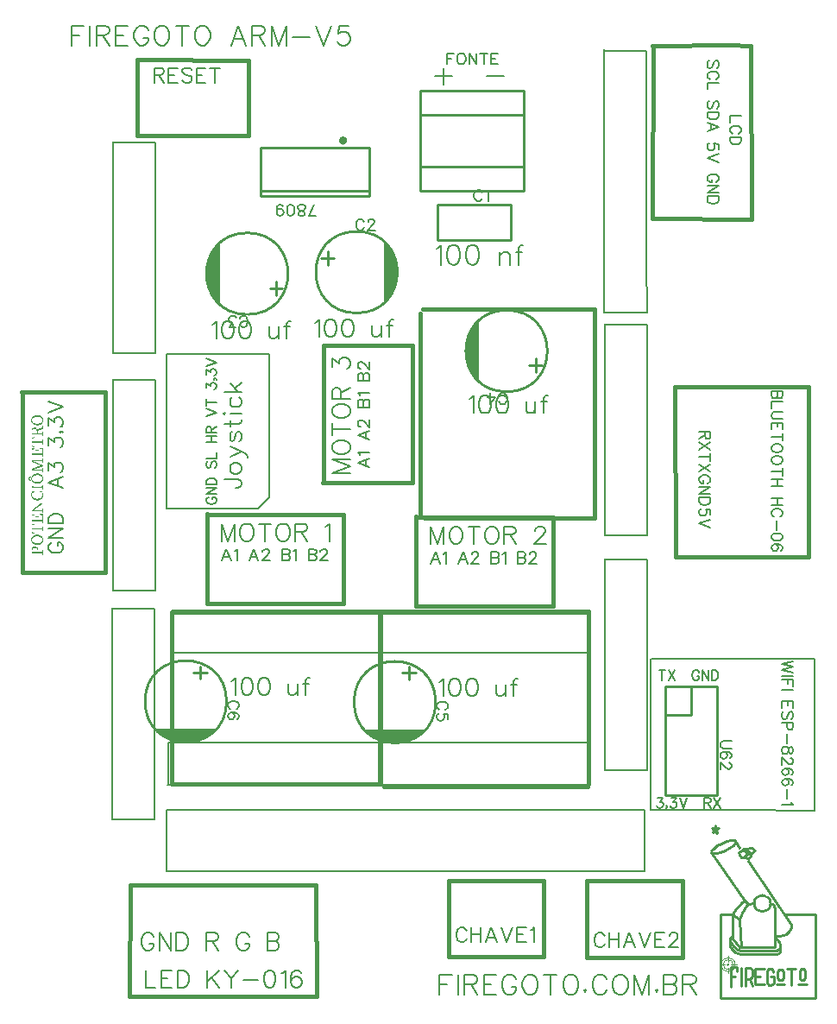
<source format=gto>
G04 Layer: TopSilkLayer*
G04 EasyEDA v6.4.17, 2021-03-30T11:05:58--3:00*
G04 e54f85b4d2414f64907e96423a573e64,e32968b322094deeae1279e20ae9dd51,10*
G04 Gerber Generator version 0.2*
G04 Scale: 100 percent, Rotated: No, Reflected: No *
G04 Dimensions in millimeters *
G04 leading zeros omitted , absolute positions ,4 integer and 5 decimal *
%FSLAX45Y45*%
%MOMM*%

%ADD10C,0.2540*%
%ADD13C,0.1000*%
%ADD35C,0.2032*%
%ADD36C,0.2000*%
%ADD37C,0.4000*%
%ADD38C,0.1500*%
%ADD39C,0.1524*%

%LPD*%
G36*
X25274473Y4099153D02*
G01*
X25267615Y4098899D01*
X25261163Y4098086D01*
X25255118Y4096715D01*
X25249479Y4094937D01*
X25244298Y4092651D01*
X25239472Y4090009D01*
X25235103Y4086961D01*
X25231191Y4083608D01*
X25227686Y4079951D01*
X25224638Y4075988D01*
X25222047Y4071823D01*
X25219914Y4067454D01*
X25218237Y4062933D01*
X25217018Y4058259D01*
X25216307Y4053484D01*
X25216053Y4048607D01*
X25223419Y4048607D01*
X25223927Y4054144D01*
X25225400Y4059123D01*
X25227737Y4063593D01*
X25230836Y4067505D01*
X25234696Y4070959D01*
X25239167Y4073906D01*
X25244145Y4076395D01*
X25249632Y4078427D01*
X25255474Y4079951D01*
X25261620Y4081018D01*
X25267970Y4081678D01*
X25274473Y4081881D01*
X25281026Y4081678D01*
X25287427Y4081018D01*
X25293624Y4079951D01*
X25299466Y4078427D01*
X25304902Y4076395D01*
X25309931Y4073906D01*
X25314351Y4070959D01*
X25318161Y4067505D01*
X25321260Y4063593D01*
X25323596Y4059123D01*
X25325019Y4054144D01*
X25325527Y4048607D01*
X25325019Y4043070D01*
X25323596Y4037990D01*
X25321260Y4033469D01*
X25318161Y4029405D01*
X25314351Y4025900D01*
X25309931Y4022851D01*
X25304902Y4020312D01*
X25299466Y4018229D01*
X25293624Y4016603D01*
X25287427Y4015486D01*
X25281026Y4014825D01*
X25274473Y4014571D01*
X25267970Y4014825D01*
X25261620Y4015486D01*
X25255474Y4016603D01*
X25249632Y4018229D01*
X25244145Y4020312D01*
X25239167Y4022851D01*
X25234696Y4025900D01*
X25230836Y4029405D01*
X25227737Y4033469D01*
X25225400Y4037990D01*
X25223927Y4043070D01*
X25223419Y4048607D01*
X25216053Y4048607D01*
X25216307Y4043679D01*
X25217069Y4038854D01*
X25218339Y4034129D01*
X25220066Y4029506D01*
X25222250Y4025087D01*
X25224892Y4020870D01*
X25227991Y4016908D01*
X25231547Y4013200D01*
X25235509Y4009796D01*
X25239929Y4006748D01*
X25244704Y4004106D01*
X25249936Y4001820D01*
X25255524Y4000042D01*
X25261468Y3998671D01*
X25267818Y3997858D01*
X25274473Y3997553D01*
X25281382Y3997858D01*
X25287833Y3998671D01*
X25293929Y4000042D01*
X25299568Y4001820D01*
X25304800Y4004106D01*
X25309576Y4006748D01*
X25313944Y4009796D01*
X25317907Y4013200D01*
X25321361Y4016908D01*
X25324409Y4020870D01*
X25326949Y4025087D01*
X25329083Y4029506D01*
X25330759Y4034129D01*
X25331928Y4038854D01*
X25332639Y4043679D01*
X25332893Y4048607D01*
X25332639Y4053484D01*
X25331877Y4058310D01*
X25330658Y4062984D01*
X25328930Y4067556D01*
X25326695Y4071924D01*
X25324054Y4076090D01*
X25320955Y4080052D01*
X25317399Y4083710D01*
X25313436Y4087063D01*
X25309017Y4090060D01*
X25304242Y4092701D01*
X25299060Y4094937D01*
X25293472Y4096765D01*
X25287478Y4098086D01*
X25281178Y4098899D01*
G37*
G36*
X25324511Y3990187D02*
G01*
X25323241Y3977233D01*
X25297079Y3969359D01*
X25288748Y3966159D01*
X25282652Y3961942D01*
X25278486Y3956507D01*
X25275997Y3949547D01*
X25274371Y3956253D01*
X25272085Y3962095D01*
X25269139Y3967022D01*
X25265634Y3971036D01*
X25261671Y3974185D01*
X25257302Y3976471D01*
X25252680Y3977792D01*
X25247803Y3978249D01*
X25241300Y3977589D01*
X25235509Y3975506D01*
X25230531Y3972204D01*
X25226365Y3967581D01*
X25223012Y3961841D01*
X25220574Y3954932D01*
X25219101Y3946906D01*
X25218593Y3937863D01*
X25218593Y3922369D01*
X25225197Y3922369D01*
X25225197Y3937101D01*
X25225603Y3943146D01*
X25226721Y3948379D01*
X25228550Y3952748D01*
X25231090Y3956304D01*
X25234290Y3959047D01*
X25238151Y3960977D01*
X25242672Y3962146D01*
X25247803Y3962501D01*
X25252781Y3962095D01*
X25257353Y3960876D01*
X25261468Y3958793D01*
X25265024Y3955846D01*
X25267920Y3952087D01*
X25270104Y3947515D01*
X25271476Y3942079D01*
X25271933Y3935831D01*
X25271933Y3922115D01*
X25218593Y3922369D01*
X25218593Y3891127D01*
X25224435Y3891127D01*
X25226213Y3906621D01*
X25248108Y3906875D01*
X25322987Y3906621D01*
X25324511Y3891127D01*
X25330353Y3891127D01*
X25330353Y3938117D01*
X25324511Y3938117D01*
X25322733Y3922369D01*
X25278283Y3922115D01*
X25278283Y3931005D01*
X25278994Y3939997D01*
X25281483Y3946347D01*
X25286563Y3950766D01*
X25294793Y3953865D01*
X25321463Y3960469D01*
X25326340Y3962552D01*
X25329642Y3965854D01*
X25331521Y3970731D01*
X25332131Y3977487D01*
X25331623Y3984498D01*
X25330353Y3990187D01*
G37*
G36*
X25248311Y3880205D02*
G01*
X25218593Y3879189D01*
X25218593Y3787495D01*
X25248311Y3786225D01*
X25248311Y3794607D01*
X25225959Y3799179D01*
X25225959Y3825341D01*
X25248108Y3825595D01*
X25322733Y3825341D01*
X25324511Y3808069D01*
X25330353Y3808069D01*
X25330353Y3858361D01*
X25324511Y3858361D01*
X25322733Y3841343D01*
X25295199Y3840886D01*
X25242570Y3840987D01*
X25225959Y3841343D01*
X25225959Y3867505D01*
X25248311Y3872077D01*
G37*
G36*
X25300635Y3776573D02*
G01*
X25300635Y3768445D01*
X25322987Y3763873D01*
X25322987Y3721201D01*
X25276759Y3720947D01*
X25276759Y3746093D01*
X25293015Y3748379D01*
X25293015Y3755237D01*
X25253645Y3755237D01*
X25253645Y3748379D01*
X25270155Y3746093D01*
X25270155Y3720947D01*
X25225959Y3721201D01*
X25225959Y3760825D01*
X25248057Y3765143D01*
X25248057Y3773525D01*
X25218593Y3772509D01*
X25218593Y3689705D01*
X25224435Y3689705D01*
X25226213Y3705199D01*
X25253645Y3705707D01*
X25306426Y3705606D01*
X25322987Y3705199D01*
X25324511Y3689705D01*
X25330353Y3689705D01*
X25330353Y3775811D01*
G37*
G36*
X25218593Y3674719D02*
G01*
X25218593Y3642461D01*
X25311303Y3606393D01*
X25218593Y3568801D01*
X25218593Y3538321D01*
X25224435Y3538321D01*
X25226213Y3553561D01*
X25322479Y3553307D01*
X25324511Y3538321D01*
X25330353Y3538321D01*
X25330353Y3575659D01*
X25324511Y3575659D01*
X25322479Y3561181D01*
X25265938Y3561079D01*
X25234595Y3560165D01*
X25330353Y3599281D01*
X25330353Y3606393D01*
X25234341Y3643985D01*
X25322987Y3643731D01*
X25324511Y3629253D01*
X25330353Y3629253D01*
X25330353Y3674465D01*
X25324511Y3674465D01*
X25322987Y3659225D01*
X25295199Y3658768D01*
X25259233Y3658768D01*
X25226213Y3659225D01*
X25224435Y3674719D01*
G37*
G36*
X25274473Y3526891D02*
G01*
X25267615Y3526637D01*
X25261163Y3525774D01*
X25255118Y3524453D01*
X25249479Y3522624D01*
X25244298Y3520338D01*
X25239472Y3517646D01*
X25235103Y3514598D01*
X25231191Y3511245D01*
X25227686Y3507536D01*
X25224638Y3503574D01*
X25222047Y3499358D01*
X25219914Y3494989D01*
X25218237Y3490417D01*
X25217018Y3485743D01*
X25216307Y3480968D01*
X25216053Y3476091D01*
X25223419Y3476091D01*
X25223927Y3481628D01*
X25225400Y3486607D01*
X25227737Y3491077D01*
X25230836Y3494989D01*
X25234696Y3498443D01*
X25239167Y3501390D01*
X25244145Y3503879D01*
X25249632Y3505911D01*
X25255474Y3507435D01*
X25261620Y3508501D01*
X25267970Y3509162D01*
X25274473Y3509365D01*
X25281026Y3509162D01*
X25287427Y3508501D01*
X25293624Y3507435D01*
X25299466Y3505911D01*
X25304902Y3503879D01*
X25309931Y3501390D01*
X25314351Y3498443D01*
X25318161Y3494989D01*
X25321260Y3491077D01*
X25323596Y3486607D01*
X25325019Y3481628D01*
X25325527Y3476091D01*
X25325019Y3470554D01*
X25323596Y3465474D01*
X25321260Y3460953D01*
X25318161Y3456940D01*
X25314351Y3453485D01*
X25309931Y3450437D01*
X25304902Y3447948D01*
X25299466Y3445916D01*
X25293624Y3444341D01*
X25287427Y3443224D01*
X25281026Y3442563D01*
X25274473Y3442309D01*
X25267970Y3442563D01*
X25261620Y3443224D01*
X25255474Y3444341D01*
X25249632Y3445916D01*
X25244145Y3447948D01*
X25239167Y3450437D01*
X25234696Y3453485D01*
X25230836Y3456940D01*
X25227737Y3460953D01*
X25225400Y3465474D01*
X25223927Y3470554D01*
X25223419Y3476091D01*
X25216053Y3476091D01*
X25216307Y3471214D01*
X25217069Y3466388D01*
X25218339Y3461664D01*
X25220066Y3457092D01*
X25222250Y3452672D01*
X25224892Y3448456D01*
X25227991Y3444494D01*
X25231547Y3440785D01*
X25235509Y3437382D01*
X25239929Y3434334D01*
X25244704Y3431641D01*
X25249936Y3429355D01*
X25255524Y3427526D01*
X25261468Y3426155D01*
X25267818Y3425342D01*
X25274473Y3425037D01*
X25281382Y3425342D01*
X25287833Y3426155D01*
X25293929Y3427526D01*
X25299568Y3429304D01*
X25304800Y3431590D01*
X25309576Y3434232D01*
X25313944Y3437280D01*
X25317907Y3440684D01*
X25321361Y3444392D01*
X25324409Y3448354D01*
X25326949Y3452571D01*
X25329083Y3456990D01*
X25330759Y3461613D01*
X25331928Y3466337D01*
X25332639Y3471164D01*
X25332893Y3476091D01*
X25332639Y3480968D01*
X25331877Y3485794D01*
X25330658Y3490518D01*
X25328930Y3495090D01*
X25326695Y3499459D01*
X25324054Y3503676D01*
X25320955Y3507638D01*
X25317399Y3511296D01*
X25313436Y3514699D01*
X25309017Y3517747D01*
X25304242Y3520389D01*
X25299060Y3522675D01*
X25293472Y3524453D01*
X25287478Y3525824D01*
X25281178Y3526637D01*
G37*
G36*
X25207417Y3500729D02*
G01*
X25187605Y3478885D01*
X25187605Y3473297D01*
X25207417Y3451453D01*
X25210719Y3453993D01*
X25198273Y3475837D01*
X25210719Y3497935D01*
G37*
G36*
X25218593Y3413353D02*
G01*
X25218593Y3366363D01*
X25224435Y3366363D01*
X25226213Y3381857D01*
X25248108Y3382111D01*
X25322987Y3381857D01*
X25324511Y3366363D01*
X25330353Y3366363D01*
X25330353Y3413353D01*
X25324511Y3413353D01*
X25322733Y3397859D01*
X25295199Y3397402D01*
X25259233Y3397402D01*
X25226213Y3397859D01*
X25224435Y3413353D01*
G37*
G36*
X25300127Y3351885D02*
G01*
X25300127Y3342741D01*
X25321463Y3338677D01*
X25323393Y3333902D01*
X25324663Y3329025D01*
X25325324Y3324199D01*
X25325527Y3319373D01*
X25325171Y3313582D01*
X25324054Y3308096D01*
X25322225Y3302965D01*
X25319685Y3298240D01*
X25316434Y3293973D01*
X25312471Y3290112D01*
X25307848Y3286760D01*
X25302514Y3283965D01*
X25296520Y3281730D01*
X25289814Y3280105D01*
X25282499Y3279089D01*
X25274473Y3278733D01*
X25266497Y3279140D01*
X25259131Y3280206D01*
X25252476Y3281984D01*
X25246431Y3284372D01*
X25241148Y3287318D01*
X25236474Y3290773D01*
X25232512Y3294735D01*
X25229261Y3299155D01*
X25226721Y3303930D01*
X25224892Y3309061D01*
X25223774Y3314496D01*
X25223419Y3320135D01*
X25223673Y3324351D01*
X25224435Y3328568D01*
X25225654Y3332835D01*
X25227483Y3337153D01*
X25248819Y3341217D01*
X25248819Y3350361D01*
X25224181Y3350107D01*
X25220218Y3341878D01*
X25217729Y3333648D01*
X25216459Y3325672D01*
X25216053Y3318103D01*
X25216358Y3312109D01*
X25217170Y3306368D01*
X25218491Y3300831D01*
X25220371Y3295548D01*
X25222708Y3290570D01*
X25225502Y3285896D01*
X25228753Y3281578D01*
X25232410Y3277615D01*
X25236474Y3274009D01*
X25240945Y3270808D01*
X25245720Y3268065D01*
X25250902Y3265779D01*
X25256337Y3263900D01*
X25262128Y3262579D01*
X25268174Y3261766D01*
X25274473Y3261461D01*
X25280874Y3261766D01*
X25286970Y3262528D01*
X25292812Y3263849D01*
X25298298Y3265627D01*
X25303429Y3267862D01*
X25308255Y3270554D01*
X25312674Y3273704D01*
X25316738Y3277209D01*
X25320396Y3281172D01*
X25323596Y3285490D01*
X25326340Y3290112D01*
X25328676Y3295142D01*
X25330505Y3300425D01*
X25331826Y3306064D01*
X25332639Y3311956D01*
X25332893Y3318103D01*
X25332436Y3326942D01*
X25330912Y3335477D01*
X25328422Y3343706D01*
X25324765Y3351631D01*
G37*
G36*
X25218593Y3249777D02*
G01*
X25218593Y3210407D01*
X25224435Y3210407D01*
X25226467Y3228187D01*
X25303937Y3228441D01*
X25218593Y3166719D01*
X25218593Y3141065D01*
X25224435Y3141065D01*
X25225959Y3152749D01*
X25227991Y3154527D01*
X25322479Y3154273D01*
X25324511Y3140303D01*
X25330353Y3140303D01*
X25330353Y3179673D01*
X25324511Y3179673D01*
X25322225Y3161893D01*
X25237897Y3161639D01*
X25331369Y3229711D01*
X25331369Y3235553D01*
X25226467Y3235807D01*
X25224435Y3249777D01*
G37*
G36*
X25300635Y3127603D02*
G01*
X25300635Y3119221D01*
X25322987Y3114903D01*
X25322987Y3071977D01*
X25276759Y3071723D01*
X25276759Y3097123D01*
X25293015Y3099409D01*
X25293015Y3106267D01*
X25253645Y3106267D01*
X25253645Y3099409D01*
X25270155Y3096869D01*
X25270155Y3071723D01*
X25225959Y3071977D01*
X25225959Y3111601D01*
X25248057Y3116173D01*
X25248057Y3124301D01*
X25218593Y3123539D01*
X25218593Y3040735D01*
X25224435Y3040735D01*
X25226213Y3056229D01*
X25248108Y3056483D01*
X25322987Y3056229D01*
X25324511Y3040735D01*
X25330353Y3040735D01*
X25330353Y3126587D01*
G37*
G36*
X25248311Y3029813D02*
G01*
X25218593Y3028797D01*
X25218593Y2937103D01*
X25248311Y2935833D01*
X25248311Y2944215D01*
X25225959Y2948787D01*
X25225959Y2974949D01*
X25248108Y2975203D01*
X25322733Y2974949D01*
X25324511Y2957677D01*
X25330353Y2957677D01*
X25330353Y3007969D01*
X25324511Y3007969D01*
X25322733Y2990951D01*
X25295199Y2990494D01*
X25242570Y2990596D01*
X25225959Y2990951D01*
X25225959Y3017113D01*
X25248311Y3021685D01*
G37*
G36*
X25274473Y2926181D02*
G01*
X25267615Y2925927D01*
X25261163Y2925064D01*
X25255118Y2923743D01*
X25249479Y2921914D01*
X25244298Y2919628D01*
X25239472Y2916936D01*
X25235103Y2913888D01*
X25231191Y2910535D01*
X25227686Y2906826D01*
X25224638Y2902864D01*
X25222047Y2898648D01*
X25219914Y2894279D01*
X25218237Y2889707D01*
X25217018Y2885033D01*
X25216307Y2880258D01*
X25216053Y2875381D01*
X25223419Y2875381D01*
X25223927Y2880918D01*
X25225400Y2885897D01*
X25227737Y2890367D01*
X25230836Y2894279D01*
X25234696Y2897733D01*
X25239167Y2900680D01*
X25244145Y2903169D01*
X25249632Y2905201D01*
X25255474Y2906725D01*
X25261620Y2907792D01*
X25267970Y2908452D01*
X25274473Y2908655D01*
X25281026Y2908452D01*
X25287427Y2907792D01*
X25293624Y2906725D01*
X25299466Y2905201D01*
X25304902Y2903169D01*
X25309931Y2900680D01*
X25314351Y2897733D01*
X25318161Y2894279D01*
X25321260Y2890367D01*
X25323596Y2885897D01*
X25325019Y2880918D01*
X25325527Y2875381D01*
X25325019Y2869844D01*
X25323596Y2864764D01*
X25321260Y2860243D01*
X25318161Y2856230D01*
X25314351Y2852775D01*
X25309931Y2849727D01*
X25304902Y2847238D01*
X25299466Y2845206D01*
X25293624Y2843631D01*
X25287427Y2842514D01*
X25281026Y2841853D01*
X25274473Y2841599D01*
X25267970Y2841853D01*
X25261620Y2842514D01*
X25255474Y2843631D01*
X25249632Y2845206D01*
X25244145Y2847238D01*
X25239167Y2849727D01*
X25234696Y2852775D01*
X25230836Y2856230D01*
X25227737Y2860243D01*
X25225400Y2864764D01*
X25223927Y2869844D01*
X25223419Y2875381D01*
X25216053Y2875381D01*
X25216307Y2870504D01*
X25217069Y2865678D01*
X25218339Y2860954D01*
X25220066Y2856382D01*
X25222250Y2851962D01*
X25224892Y2847746D01*
X25227991Y2843784D01*
X25231547Y2840075D01*
X25235509Y2836672D01*
X25239929Y2833624D01*
X25244704Y2830931D01*
X25249936Y2828645D01*
X25255524Y2826816D01*
X25261468Y2825445D01*
X25267818Y2824632D01*
X25274473Y2824327D01*
X25281382Y2824632D01*
X25287833Y2825445D01*
X25293929Y2826816D01*
X25299568Y2828594D01*
X25304800Y2830880D01*
X25309576Y2833522D01*
X25313944Y2836570D01*
X25317907Y2839974D01*
X25321361Y2843682D01*
X25324409Y2847644D01*
X25326949Y2851861D01*
X25329083Y2856280D01*
X25330759Y2860903D01*
X25331928Y2865628D01*
X25332639Y2870454D01*
X25332893Y2875381D01*
X25332639Y2880258D01*
X25331877Y2885084D01*
X25330658Y2889808D01*
X25328930Y2894380D01*
X25326695Y2898749D01*
X25324054Y2902966D01*
X25320955Y2906928D01*
X25317399Y2910586D01*
X25313436Y2913989D01*
X25309017Y2917037D01*
X25304242Y2919679D01*
X25299060Y2921965D01*
X25293472Y2923743D01*
X25287478Y2925114D01*
X25281178Y2925927D01*
G37*
G36*
X25251613Y2812135D02*
G01*
X25246787Y2811881D01*
X25242316Y2810967D01*
X25238100Y2809544D01*
X25234239Y2807512D01*
X25230785Y2804871D01*
X25227686Y2801670D01*
X25224994Y2797911D01*
X25222758Y2793542D01*
X25220980Y2788564D01*
X25219660Y2783027D01*
X25218847Y2776931D01*
X25218593Y2770225D01*
X25218593Y2756763D01*
X25225197Y2756763D01*
X25225197Y2767431D01*
X25225654Y2774442D01*
X25226975Y2780436D01*
X25229159Y2785414D01*
X25232106Y2789428D01*
X25235916Y2792526D01*
X25240437Y2794711D01*
X25245669Y2795981D01*
X25251613Y2796387D01*
X25257455Y2795981D01*
X25262789Y2794762D01*
X25267462Y2792679D01*
X25271425Y2789631D01*
X25274676Y2785567D01*
X25277064Y2780538D01*
X25278537Y2774442D01*
X25279045Y2767177D01*
X25279045Y2756509D01*
X25218593Y2756763D01*
X25218593Y2725267D01*
X25224435Y2725267D01*
X25226213Y2741015D01*
X25248108Y2741269D01*
X25322987Y2741015D01*
X25324511Y2725267D01*
X25330353Y2725267D01*
X25330353Y2772765D01*
X25324511Y2772765D01*
X25322733Y2756763D01*
X25285649Y2756509D01*
X25285649Y2765399D01*
X25285344Y2773375D01*
X25284430Y2780538D01*
X25282956Y2786888D01*
X25281026Y2792425D01*
X25278588Y2797251D01*
X25275692Y2801366D01*
X25272441Y2804769D01*
X25268783Y2807462D01*
X25264872Y2809544D01*
X25260655Y2811018D01*
X25256236Y2811881D01*
G37*
D35*
X25611874Y7917726D02*
G01*
X25611874Y7723924D01*
X25611874Y7917726D02*
G01*
X25732016Y7917726D01*
X25611874Y7825524D02*
G01*
X25685788Y7825524D01*
X25792976Y7917726D02*
G01*
X25792976Y7723924D01*
X25853936Y7917726D02*
G01*
X25853936Y7723924D01*
X25853936Y7917726D02*
G01*
X25936994Y7917726D01*
X25964680Y7908582D01*
X25974078Y7899438D01*
X25983222Y7880896D01*
X25983222Y7862354D01*
X25974078Y7844066D01*
X25964680Y7834668D01*
X25936994Y7825524D01*
X25853936Y7825524D01*
X25918706Y7825524D02*
G01*
X25983222Y7723924D01*
X26044182Y7917726D02*
G01*
X26044182Y7723924D01*
X26044182Y7917726D02*
G01*
X26164324Y7917726D01*
X26044182Y7825524D02*
G01*
X26118096Y7825524D01*
X26044182Y7723924D02*
G01*
X26164324Y7723924D01*
X26363714Y7871752D02*
G01*
X26354570Y7890040D01*
X26336028Y7908582D01*
X26317486Y7917726D01*
X26280656Y7917726D01*
X26262114Y7908582D01*
X26243826Y7890040D01*
X26234428Y7871752D01*
X26225284Y7844066D01*
X26225284Y7797838D01*
X26234428Y7770152D01*
X26243826Y7751610D01*
X26262114Y7733068D01*
X26280656Y7723924D01*
X26317486Y7723924D01*
X26336028Y7733068D01*
X26354570Y7751610D01*
X26363714Y7770152D01*
X26363714Y7797838D01*
X26317486Y7797838D02*
G01*
X26363714Y7797838D01*
X26480046Y7917726D02*
G01*
X26461758Y7908582D01*
X26443216Y7890040D01*
X26434072Y7871752D01*
X26424674Y7844066D01*
X26424674Y7797838D01*
X26434072Y7770152D01*
X26443216Y7751610D01*
X26461758Y7733068D01*
X26480046Y7723924D01*
X26517130Y7723924D01*
X26535672Y7733068D01*
X26553960Y7751610D01*
X26563358Y7770152D01*
X26572502Y7797838D01*
X26572502Y7844066D01*
X26563358Y7871752D01*
X26553960Y7890040D01*
X26535672Y7908582D01*
X26517130Y7917726D01*
X26480046Y7917726D01*
X26698232Y7917726D02*
G01*
X26698232Y7723924D01*
X26633462Y7917726D02*
G01*
X26762748Y7917726D01*
X26879080Y7917726D02*
G01*
X26860792Y7908582D01*
X26842250Y7890040D01*
X26833106Y7871752D01*
X26823708Y7844066D01*
X26823708Y7797838D01*
X26833106Y7770152D01*
X26842250Y7751610D01*
X26860792Y7733068D01*
X26879080Y7723924D01*
X26916164Y7723924D01*
X26934706Y7733068D01*
X26952994Y7751610D01*
X26962392Y7770152D01*
X26971536Y7797838D01*
X26971536Y7844066D01*
X26962392Y7871752D01*
X26952994Y7890040D01*
X26934706Y7908582D01*
X26916164Y7917726D01*
X26879080Y7917726D01*
X27248650Y7917726D02*
G01*
X27174736Y7723924D01*
X27248650Y7917726D02*
G01*
X27322564Y7723924D01*
X27202422Y7788440D02*
G01*
X27294878Y7788440D01*
X27383524Y7917726D02*
G01*
X27383524Y7723924D01*
X27383524Y7917726D02*
G01*
X27466582Y7917726D01*
X27494268Y7908582D01*
X27503666Y7899438D01*
X27512810Y7880896D01*
X27512810Y7862354D01*
X27503666Y7844066D01*
X27494268Y7834668D01*
X27466582Y7825524D01*
X27383524Y7825524D01*
X27448040Y7825524D02*
G01*
X27512810Y7723924D01*
X27573770Y7917726D02*
G01*
X27573770Y7723924D01*
X27573770Y7917726D02*
G01*
X27647684Y7723924D01*
X27721598Y7917726D02*
G01*
X27647684Y7723924D01*
X27721598Y7917726D02*
G01*
X27721598Y7723924D01*
X27782558Y7806982D02*
G01*
X27948674Y7806982D01*
X28009634Y7917726D02*
G01*
X28083548Y7723924D01*
X28157462Y7917726D02*
G01*
X28083548Y7723924D01*
X28329166Y7917726D02*
G01*
X28236964Y7917726D01*
X28227566Y7834668D01*
X28236964Y7844066D01*
X28264650Y7853210D01*
X28292336Y7853210D01*
X28320022Y7844066D01*
X28338564Y7825524D01*
X28347708Y7797838D01*
X28347708Y7779296D01*
X28338564Y7751610D01*
X28320022Y7733068D01*
X28292336Y7723924D01*
X28264650Y7723924D01*
X28236964Y7733068D01*
X28227566Y7742466D01*
X28218422Y7760754D01*
X29259136Y7503160D02*
G01*
X29259136Y7336789D01*
X29176078Y7420102D02*
G01*
X29342194Y7420102D01*
X29687634Y7420102D02*
G01*
X29854004Y7420102D01*
D38*
X29190441Y5727192D02*
G01*
X29208729Y5736336D01*
X29235908Y5763513D01*
X29235908Y5572760D01*
X29350461Y5763513D02*
G01*
X29323284Y5754623D01*
X29304995Y5727192D01*
X29296106Y5681726D01*
X29296106Y5654547D01*
X29304995Y5609081D01*
X29323284Y5581904D01*
X29350461Y5572760D01*
X29368750Y5572760D01*
X29395927Y5581904D01*
X29414215Y5609081D01*
X29423359Y5654547D01*
X29423359Y5681726D01*
X29414215Y5727192D01*
X29395927Y5754623D01*
X29368750Y5763513D01*
X29350461Y5763513D01*
X29537913Y5763513D02*
G01*
X29510482Y5754623D01*
X29492448Y5727192D01*
X29483304Y5681726D01*
X29483304Y5654547D01*
X29492448Y5609081D01*
X29510482Y5581904D01*
X29537913Y5572760D01*
X29555948Y5572760D01*
X29583379Y5581904D01*
X29601413Y5609081D01*
X29610558Y5654547D01*
X29610558Y5681726D01*
X29601413Y5727192D01*
X29583379Y5754623D01*
X29555948Y5763513D01*
X29537913Y5763513D01*
X29810456Y5700013D02*
G01*
X29810456Y5572760D01*
X29810456Y5663692D02*
G01*
X29837888Y5690870D01*
X29855922Y5700013D01*
X29883354Y5700013D01*
X29901388Y5690870D01*
X29910532Y5663692D01*
X29910532Y5572760D01*
X30043374Y5763513D02*
G01*
X30025086Y5763513D01*
X30006798Y5754623D01*
X29997908Y5727192D01*
X29997908Y5572760D01*
X29970475Y5700013D02*
G01*
X30034229Y5700013D01*
X29514617Y4256692D02*
G01*
X29531127Y4264822D01*
X29555511Y4289206D01*
X29555511Y4117500D01*
X29658635Y4289206D02*
G01*
X29633997Y4281078D01*
X29617741Y4256692D01*
X29609613Y4215800D01*
X29609613Y4191162D01*
X29617741Y4150268D01*
X29633997Y4125630D01*
X29658635Y4117500D01*
X29674891Y4117500D01*
X29699529Y4125630D01*
X29716039Y4150268D01*
X29724167Y4191162D01*
X29724167Y4215800D01*
X29716039Y4256692D01*
X29699529Y4281078D01*
X29674891Y4289206D01*
X29658635Y4289206D01*
X29827291Y4289206D02*
G01*
X29802653Y4281078D01*
X29786397Y4256692D01*
X29778015Y4215800D01*
X29778015Y4191162D01*
X29786397Y4150268D01*
X29802653Y4125630D01*
X29827291Y4117500D01*
X29843547Y4117500D01*
X29868185Y4125630D01*
X29884441Y4150268D01*
X29892569Y4191162D01*
X29892569Y4215800D01*
X29884441Y4256692D01*
X29868185Y4281078D01*
X29843547Y4289206D01*
X29827291Y4289206D01*
X30072655Y4232056D02*
G01*
X30072655Y4150268D01*
X30080783Y4125630D01*
X30097293Y4117500D01*
X30121677Y4117500D01*
X30138187Y4125630D01*
X30162571Y4150268D01*
X30162571Y4232056D02*
G01*
X30162571Y4117500D01*
X30282205Y4289206D02*
G01*
X30265695Y4289206D01*
X30249439Y4281078D01*
X30241311Y4256692D01*
X30241311Y4117500D01*
X30216673Y4232056D02*
G01*
X30273823Y4232056D01*
X28001120Y5004394D02*
G01*
X28017630Y5012519D01*
X28042014Y5036903D01*
X28042014Y4865202D01*
X28145138Y5036903D02*
G01*
X28120500Y5028778D01*
X28104244Y5004394D01*
X28096116Y4963497D01*
X28096116Y4938862D01*
X28104244Y4897968D01*
X28120500Y4873327D01*
X28145138Y4865202D01*
X28161394Y4865202D01*
X28186032Y4873327D01*
X28202542Y4897968D01*
X28210670Y4938862D01*
X28210670Y4963497D01*
X28202542Y5004394D01*
X28186032Y5028778D01*
X28161394Y5036903D01*
X28145138Y5036903D01*
X28313794Y5036903D02*
G01*
X28289156Y5028778D01*
X28272900Y5004394D01*
X28264518Y4963497D01*
X28264518Y4938862D01*
X28272900Y4897968D01*
X28289156Y4873327D01*
X28313794Y4865202D01*
X28330050Y4865202D01*
X28354688Y4873327D01*
X28370944Y4897968D01*
X28379072Y4938862D01*
X28379072Y4963497D01*
X28370944Y5004394D01*
X28354688Y5028778D01*
X28330050Y5036903D01*
X28313794Y5036903D01*
X28559158Y4979753D02*
G01*
X28559158Y4897968D01*
X28567286Y4873327D01*
X28583796Y4865202D01*
X28608180Y4865202D01*
X28624690Y4873327D01*
X28649074Y4897968D01*
X28649074Y4979753D02*
G01*
X28649074Y4865202D01*
X28768708Y5036903D02*
G01*
X28752198Y5036903D01*
X28735942Y5028778D01*
X28727814Y5004394D01*
X28727814Y4865202D01*
X28703176Y4979753D02*
G01*
X28760326Y4979753D01*
X26991937Y4989123D02*
G01*
X27008447Y4997251D01*
X27032831Y5021635D01*
X27032831Y4849931D01*
X27135955Y5021635D02*
G01*
X27111317Y5013507D01*
X27095061Y4989123D01*
X27086933Y4948229D01*
X27086933Y4923591D01*
X27095061Y4882697D01*
X27111317Y4858059D01*
X27135955Y4849931D01*
X27152211Y4849931D01*
X27176849Y4858059D01*
X27193359Y4882697D01*
X27201487Y4923591D01*
X27201487Y4948229D01*
X27193359Y4989123D01*
X27176849Y5013507D01*
X27152211Y5021635D01*
X27135955Y5021635D01*
X27304611Y5021635D02*
G01*
X27279973Y5013507D01*
X27263717Y4989123D01*
X27255335Y4948229D01*
X27255335Y4923591D01*
X27263717Y4882697D01*
X27279973Y4858059D01*
X27304611Y4849931D01*
X27320867Y4849931D01*
X27345505Y4858059D01*
X27361761Y4882697D01*
X27369889Y4923591D01*
X27369889Y4948229D01*
X27361761Y4989123D01*
X27345505Y5013507D01*
X27320867Y5021635D01*
X27304611Y5021635D01*
X27549975Y4964485D02*
G01*
X27549975Y4882697D01*
X27558103Y4858059D01*
X27574613Y4849931D01*
X27598997Y4849931D01*
X27615507Y4858059D01*
X27639891Y4882697D01*
X27639891Y4964485D02*
G01*
X27639891Y4849931D01*
X27759525Y5021635D02*
G01*
X27743015Y5021635D01*
X27726759Y5013507D01*
X27718631Y4989123D01*
X27718631Y4849931D01*
X27693993Y4964485D02*
G01*
X27751143Y4964485D01*
X29219118Y1482001D02*
G01*
X29235631Y1490129D01*
X29260015Y1514513D01*
X29260015Y1342809D01*
X29363136Y1514513D02*
G01*
X29338501Y1506385D01*
X29322245Y1482001D01*
X29314117Y1441107D01*
X29314117Y1416469D01*
X29322245Y1375575D01*
X29338501Y1350937D01*
X29363136Y1342809D01*
X29379395Y1342809D01*
X29404033Y1350937D01*
X29420540Y1375575D01*
X29428668Y1416469D01*
X29428668Y1441107D01*
X29420540Y1482001D01*
X29404033Y1506385D01*
X29379395Y1514513D01*
X29363136Y1514513D01*
X29531795Y1514513D02*
G01*
X29507154Y1506385D01*
X29490901Y1482001D01*
X29482519Y1441107D01*
X29482519Y1416469D01*
X29490901Y1375575D01*
X29507154Y1350937D01*
X29531795Y1342809D01*
X29548051Y1342809D01*
X29572686Y1350937D01*
X29588945Y1375575D01*
X29597070Y1416469D01*
X29597070Y1441107D01*
X29588945Y1482001D01*
X29572686Y1506385D01*
X29548051Y1514513D01*
X29531795Y1514513D01*
X29777156Y1457363D02*
G01*
X29777156Y1375575D01*
X29785284Y1350937D01*
X29801797Y1342809D01*
X29826181Y1342809D01*
X29842688Y1350937D01*
X29867072Y1375575D01*
X29867072Y1457363D02*
G01*
X29867072Y1342809D01*
X29986706Y1514513D02*
G01*
X29970199Y1514513D01*
X29953940Y1506385D01*
X29945815Y1482001D01*
X29945815Y1342809D01*
X29921177Y1457363D02*
G01*
X29978327Y1457363D01*
X27181522Y1490002D02*
G01*
X27198032Y1498130D01*
X27222416Y1522514D01*
X27222416Y1350810D01*
X27325540Y1522514D02*
G01*
X27300902Y1514386D01*
X27284646Y1490002D01*
X27276518Y1449108D01*
X27276518Y1424470D01*
X27284646Y1383576D01*
X27300902Y1358938D01*
X27325540Y1350810D01*
X27341796Y1350810D01*
X27366434Y1358938D01*
X27382944Y1383576D01*
X27391072Y1424470D01*
X27391072Y1449108D01*
X27382944Y1490002D01*
X27366434Y1514386D01*
X27341796Y1522514D01*
X27325540Y1522514D01*
X27494196Y1522514D02*
G01*
X27469558Y1514386D01*
X27453302Y1490002D01*
X27444920Y1449108D01*
X27444920Y1424470D01*
X27453302Y1383576D01*
X27469558Y1358938D01*
X27494196Y1350810D01*
X27510452Y1350810D01*
X27535090Y1358938D01*
X27551346Y1383576D01*
X27559474Y1424470D01*
X27559474Y1449108D01*
X27551346Y1490002D01*
X27535090Y1514386D01*
X27510452Y1522514D01*
X27494196Y1522514D01*
X27739560Y1465364D02*
G01*
X27739560Y1383576D01*
X27747688Y1358938D01*
X27764198Y1350810D01*
X27788582Y1350810D01*
X27805092Y1358938D01*
X27829476Y1383576D01*
X27829476Y1465364D02*
G01*
X27829476Y1350810D01*
X27949110Y1522514D02*
G01*
X27932600Y1522514D01*
X27916344Y1514386D01*
X27908216Y1490002D01*
X27908216Y1350810D01*
X27883578Y1465364D02*
G01*
X27940728Y1465364D01*
D35*
X29222821Y-1389527D02*
G01*
X29222821Y-1583583D01*
X29222821Y-1389527D02*
G01*
X29342963Y-1389527D01*
X29222821Y-1481983D02*
G01*
X29296735Y-1481983D01*
X29403923Y-1389527D02*
G01*
X29403923Y-1583583D01*
X29464883Y-1389527D02*
G01*
X29464883Y-1583583D01*
X29464883Y-1389527D02*
G01*
X29547941Y-1389527D01*
X29575881Y-1398671D01*
X29585025Y-1408069D01*
X29594169Y-1426611D01*
X29594169Y-1444899D01*
X29585025Y-1463441D01*
X29575881Y-1472585D01*
X29547941Y-1481983D01*
X29464883Y-1481983D01*
X29529653Y-1481983D02*
G01*
X29594169Y-1583583D01*
X29655129Y-1389527D02*
G01*
X29655129Y-1583583D01*
X29655129Y-1389527D02*
G01*
X29775271Y-1389527D01*
X29655129Y-1481983D02*
G01*
X29729043Y-1481983D01*
X29655129Y-1583583D02*
G01*
X29775271Y-1583583D01*
X29974661Y-1435755D02*
G01*
X29965517Y-1417213D01*
X29946975Y-1398671D01*
X29928687Y-1389527D01*
X29891603Y-1389527D01*
X29873061Y-1398671D01*
X29854773Y-1417213D01*
X29845375Y-1435755D01*
X29836231Y-1463441D01*
X29836231Y-1509669D01*
X29845375Y-1537355D01*
X29854773Y-1555897D01*
X29873061Y-1574185D01*
X29891603Y-1583583D01*
X29928687Y-1583583D01*
X29946975Y-1574185D01*
X29965517Y-1555897D01*
X29974661Y-1537355D01*
X29974661Y-1509669D01*
X29928687Y-1509669D02*
G01*
X29974661Y-1509669D01*
X30091247Y-1389527D02*
G01*
X30072705Y-1398671D01*
X30054163Y-1417213D01*
X30045019Y-1435755D01*
X30035621Y-1463441D01*
X30035621Y-1509669D01*
X30045019Y-1537355D01*
X30054163Y-1555897D01*
X30072705Y-1574185D01*
X30091247Y-1583583D01*
X30128077Y-1583583D01*
X30146619Y-1574185D01*
X30165161Y-1555897D01*
X30174305Y-1537355D01*
X30183449Y-1509669D01*
X30183449Y-1463441D01*
X30174305Y-1435755D01*
X30165161Y-1417213D01*
X30146619Y-1398671D01*
X30128077Y-1389527D01*
X30091247Y-1389527D01*
X30309179Y-1389527D02*
G01*
X30309179Y-1583583D01*
X30244409Y-1389527D02*
G01*
X30373695Y-1389527D01*
X30490281Y-1389527D02*
G01*
X30471739Y-1398671D01*
X30453197Y-1417213D01*
X30444053Y-1435755D01*
X30434655Y-1463441D01*
X30434655Y-1509669D01*
X30444053Y-1537355D01*
X30453197Y-1555897D01*
X30471739Y-1574185D01*
X30490281Y-1583583D01*
X30527111Y-1583583D01*
X30545653Y-1574185D01*
X30563941Y-1555897D01*
X30573339Y-1537355D01*
X30582483Y-1509669D01*
X30582483Y-1463441D01*
X30573339Y-1435755D01*
X30563941Y-1417213D01*
X30545653Y-1398671D01*
X30527111Y-1389527D01*
X30490281Y-1389527D01*
X30652841Y-1537355D02*
G01*
X30643443Y-1546499D01*
X30652841Y-1555897D01*
X30661985Y-1546499D01*
X30652841Y-1537355D01*
X30861375Y-1435755D02*
G01*
X30852231Y-1417213D01*
X30833689Y-1398671D01*
X30815401Y-1389527D01*
X30778317Y-1389527D01*
X30759775Y-1398671D01*
X30741487Y-1417213D01*
X30732089Y-1435755D01*
X30722945Y-1463441D01*
X30722945Y-1509669D01*
X30732089Y-1537355D01*
X30741487Y-1555897D01*
X30759775Y-1574185D01*
X30778317Y-1583583D01*
X30815401Y-1583583D01*
X30833689Y-1574185D01*
X30852231Y-1555897D01*
X30861375Y-1537355D01*
X30977961Y-1389527D02*
G01*
X30959419Y-1398671D01*
X30940877Y-1417213D01*
X30931733Y-1435755D01*
X30922335Y-1463441D01*
X30922335Y-1509669D01*
X30931733Y-1537355D01*
X30940877Y-1555897D01*
X30959419Y-1574185D01*
X30977961Y-1583583D01*
X31014791Y-1583583D01*
X31033333Y-1574185D01*
X31051621Y-1555897D01*
X31061019Y-1537355D01*
X31070163Y-1509669D01*
X31070163Y-1463441D01*
X31061019Y-1435755D01*
X31051621Y-1417213D01*
X31033333Y-1398671D01*
X31014791Y-1389527D01*
X30977961Y-1389527D01*
X31131123Y-1389527D02*
G01*
X31131123Y-1583583D01*
X31131123Y-1389527D02*
G01*
X31205037Y-1583583D01*
X31278951Y-1389527D02*
G01*
X31205037Y-1583583D01*
X31278951Y-1389527D02*
G01*
X31278951Y-1583583D01*
X31349055Y-1537355D02*
G01*
X31339911Y-1546499D01*
X31349055Y-1555897D01*
X31358453Y-1546499D01*
X31349055Y-1537355D01*
X31419413Y-1389527D02*
G01*
X31419413Y-1583583D01*
X31419413Y-1389527D02*
G01*
X31502471Y-1389527D01*
X31530157Y-1398671D01*
X31539301Y-1408069D01*
X31548699Y-1426611D01*
X31548699Y-1444899D01*
X31539301Y-1463441D01*
X31530157Y-1472585D01*
X31502471Y-1481983D01*
X31419413Y-1481983D02*
G01*
X31502471Y-1481983D01*
X31530157Y-1491127D01*
X31539301Y-1500271D01*
X31548699Y-1518813D01*
X31548699Y-1546499D01*
X31539301Y-1565041D01*
X31530157Y-1574185D01*
X31502471Y-1583583D01*
X31419413Y-1583583D01*
X31609659Y-1389527D02*
G01*
X31609659Y-1583583D01*
X31609659Y-1389527D02*
G01*
X31692717Y-1389527D01*
X31720403Y-1398671D01*
X31729801Y-1408069D01*
X31738945Y-1426611D01*
X31738945Y-1444899D01*
X31729801Y-1463441D01*
X31720403Y-1472585D01*
X31692717Y-1481983D01*
X31609659Y-1481983D01*
X31674175Y-1481983D02*
G01*
X31738945Y-1583583D01*
D38*
X26337006Y-1344927D02*
G01*
X26337006Y-1516885D01*
X26337006Y-1516885D02*
G01*
X26435304Y-1516885D01*
X26489152Y-1344927D02*
G01*
X26489152Y-1516885D01*
X26489152Y-1344927D02*
G01*
X26595577Y-1344927D01*
X26489152Y-1426715D02*
G01*
X26554684Y-1426715D01*
X26489152Y-1516885D02*
G01*
X26595577Y-1516885D01*
X26649679Y-1344927D02*
G01*
X26649679Y-1516885D01*
X26649679Y-1344927D02*
G01*
X26706829Y-1344927D01*
X26731468Y-1353055D01*
X26747724Y-1369565D01*
X26755852Y-1385821D01*
X26764234Y-1410459D01*
X26764234Y-1451353D01*
X26755852Y-1475991D01*
X26747724Y-1492247D01*
X26731468Y-1508503D01*
X26706829Y-1516885D01*
X26649679Y-1516885D01*
X26944065Y-1344927D02*
G01*
X26944065Y-1516885D01*
X27058620Y-1344927D02*
G01*
X26944065Y-1459481D01*
X26984959Y-1418587D02*
G01*
X27058620Y-1516885D01*
X27112722Y-1344927D02*
G01*
X27178254Y-1426715D01*
X27178254Y-1516885D01*
X27243532Y-1344927D02*
G01*
X27178254Y-1426715D01*
X27297634Y-1443225D02*
G01*
X27444954Y-1443225D01*
X27548077Y-1344927D02*
G01*
X27523440Y-1353055D01*
X27506929Y-1377693D01*
X27498802Y-1418587D01*
X27498802Y-1443225D01*
X27506929Y-1484119D01*
X27523440Y-1508503D01*
X27548077Y-1516885D01*
X27564334Y-1516885D01*
X27588972Y-1508503D01*
X27605227Y-1484119D01*
X27613356Y-1443225D01*
X27613356Y-1418587D01*
X27605227Y-1377693D01*
X27588972Y-1353055D01*
X27564334Y-1344927D01*
X27548077Y-1344927D01*
X27667458Y-1377693D02*
G01*
X27683713Y-1369565D01*
X27708352Y-1344927D01*
X27708352Y-1516885D01*
X27860498Y-1369565D02*
G01*
X27852370Y-1353055D01*
X27827732Y-1344927D01*
X27811475Y-1344927D01*
X27786838Y-1353055D01*
X27770582Y-1377693D01*
X27762200Y-1418587D01*
X27762200Y-1459481D01*
X27770582Y-1492247D01*
X27786838Y-1508503D01*
X27811475Y-1516885D01*
X27819604Y-1516885D01*
X27844241Y-1508503D01*
X27860498Y-1492247D01*
X27868625Y-1467609D01*
X27868625Y-1459481D01*
X27860498Y-1434843D01*
X27844241Y-1418587D01*
X27819604Y-1410459D01*
X27811475Y-1410459D01*
X27786838Y-1418587D01*
X27770582Y-1434843D01*
X27762200Y-1459481D01*
X26418067Y-1020638D02*
G01*
X26409685Y-1004382D01*
X26393429Y-987872D01*
X26377173Y-979744D01*
X26344407Y-979744D01*
X26327897Y-987872D01*
X26311641Y-1004382D01*
X26303513Y-1020638D01*
X26295131Y-1045276D01*
X26295131Y-1086170D01*
X26303513Y-1110554D01*
X26311641Y-1127064D01*
X26327897Y-1143320D01*
X26344407Y-1151702D01*
X26377173Y-1151702D01*
X26393429Y-1143320D01*
X26409685Y-1127064D01*
X26418067Y-1110554D01*
X26418067Y-1086170D01*
X26377173Y-1086170D02*
G01*
X26418067Y-1086170D01*
X26471915Y-979744D02*
G01*
X26471915Y-1151702D01*
X26471915Y-979744D02*
G01*
X26586469Y-1151702D01*
X26586469Y-979744D02*
G01*
X26586469Y-1151702D01*
X26640571Y-979744D02*
G01*
X26640571Y-1151702D01*
X26640571Y-979744D02*
G01*
X26697721Y-979744D01*
X26722359Y-987872D01*
X26738615Y-1004382D01*
X26746997Y-1020638D01*
X26755125Y-1045276D01*
X26755125Y-1086170D01*
X26746997Y-1110554D01*
X26738615Y-1127064D01*
X26722359Y-1143320D01*
X26697721Y-1151702D01*
X26640571Y-1151702D01*
X26934957Y-979744D02*
G01*
X26934957Y-1151702D01*
X26934957Y-979744D02*
G01*
X27008617Y-979744D01*
X27033255Y-987872D01*
X27041383Y-996000D01*
X27049511Y-1012510D01*
X27049511Y-1028766D01*
X27041383Y-1045276D01*
X27033255Y-1053404D01*
X27008617Y-1061532D01*
X26934957Y-1061532D01*
X26992361Y-1061532D02*
G01*
X27049511Y-1151702D01*
X27352279Y-1020638D02*
G01*
X27344151Y-1004382D01*
X27327895Y-987872D01*
X27311385Y-979744D01*
X27278619Y-979744D01*
X27262363Y-987872D01*
X27245853Y-1004382D01*
X27237725Y-1020638D01*
X27229597Y-1045276D01*
X27229597Y-1086170D01*
X27237725Y-1110554D01*
X27245853Y-1127064D01*
X27262363Y-1143320D01*
X27278619Y-1151702D01*
X27311385Y-1151702D01*
X27327895Y-1143320D01*
X27344151Y-1127064D01*
X27352279Y-1110554D01*
X27352279Y-1086170D01*
X27311385Y-1086170D02*
G01*
X27352279Y-1086170D01*
X27532365Y-979744D02*
G01*
X27532365Y-1151702D01*
X27532365Y-979744D02*
G01*
X27606025Y-979744D01*
X27630409Y-987872D01*
X27638791Y-996000D01*
X27646919Y-1012510D01*
X27646919Y-1028766D01*
X27638791Y-1045276D01*
X27630409Y-1053404D01*
X27606025Y-1061532D01*
X27532365Y-1061532D02*
G01*
X27606025Y-1061532D01*
X27630409Y-1069660D01*
X27638791Y-1078042D01*
X27646919Y-1094298D01*
X27646919Y-1118936D01*
X27638791Y-1135192D01*
X27630409Y-1143320D01*
X27606025Y-1151702D01*
X27532365Y-1151702D01*
X29488991Y-961174D02*
G01*
X29482387Y-947458D01*
X29468671Y-933742D01*
X29454955Y-927138D01*
X29427777Y-927138D01*
X29414061Y-933742D01*
X29400599Y-947458D01*
X29393741Y-961174D01*
X29386883Y-981494D01*
X29386883Y-1015784D01*
X29393741Y-1036104D01*
X29400599Y-1049820D01*
X29414061Y-1063282D01*
X29427777Y-1070140D01*
X29454955Y-1070140D01*
X29468671Y-1063282D01*
X29482387Y-1049820D01*
X29488991Y-1036104D01*
X29534203Y-927138D02*
G01*
X29534203Y-1070140D01*
X29629453Y-927138D02*
G01*
X29629453Y-1070140D01*
X29534203Y-995210D02*
G01*
X29629453Y-995210D01*
X29729021Y-927138D02*
G01*
X29674665Y-1070140D01*
X29729021Y-927138D02*
G01*
X29783631Y-1070140D01*
X29694985Y-1022388D02*
G01*
X29763311Y-1022388D01*
X29828589Y-927138D02*
G01*
X29883199Y-1070140D01*
X29937809Y-927138D02*
G01*
X29883199Y-1070140D01*
X29982767Y-927138D02*
G01*
X29982767Y-1070140D01*
X29982767Y-927138D02*
G01*
X30071413Y-927138D01*
X29982767Y-995210D02*
G01*
X30037377Y-995210D01*
X29982767Y-1070140D02*
G01*
X30071413Y-1070140D01*
X30116371Y-954316D02*
G01*
X30130087Y-947458D01*
X30150407Y-927138D01*
X30150407Y-1070140D01*
X30843220Y-1010920D02*
G01*
X30836361Y-997204D01*
X30822645Y-983487D01*
X30808929Y-976629D01*
X30781752Y-976629D01*
X30768036Y-983487D01*
X30754574Y-997204D01*
X30747715Y-1010920D01*
X30740858Y-1031239D01*
X30740858Y-1065276D01*
X30747715Y-1085850D01*
X30754574Y-1099565D01*
X30768036Y-1113028D01*
X30781752Y-1119886D01*
X30808929Y-1119886D01*
X30822645Y-1113028D01*
X30836361Y-1099565D01*
X30843220Y-1085850D01*
X30888177Y-976629D02*
G01*
X30888177Y-1119886D01*
X30983682Y-976629D02*
G01*
X30983682Y-1119886D01*
X30888177Y-1044955D02*
G01*
X30983682Y-1044955D01*
X31082995Y-976629D02*
G01*
X31028640Y-1119886D01*
X31082995Y-976629D02*
G01*
X31137606Y-1119886D01*
X31048959Y-1072134D02*
G01*
X31117286Y-1072134D01*
X31182563Y-976629D02*
G01*
X31237174Y-1119886D01*
X31291784Y-976629D02*
G01*
X31237174Y-1119886D01*
X31336741Y-976629D02*
G01*
X31336741Y-1119886D01*
X31336741Y-976629D02*
G01*
X31425388Y-976629D01*
X31336741Y-1044955D02*
G01*
X31391352Y-1044955D01*
X31336741Y-1119886D02*
G01*
X31425388Y-1119886D01*
X31477204Y-1010920D02*
G01*
X31477204Y-1004062D01*
X31484061Y-990345D01*
X31490920Y-983487D01*
X31504382Y-976629D01*
X31531813Y-976629D01*
X31545275Y-983487D01*
X31552134Y-990345D01*
X31558991Y-1004062D01*
X31558991Y-1017523D01*
X31552134Y-1031239D01*
X31538672Y-1051813D01*
X31470345Y-1119886D01*
X31565850Y-1119886D01*
X26422604Y7502652D02*
G01*
X26422604Y7359395D01*
X26422604Y7502652D02*
G01*
X26484072Y7502652D01*
X26504391Y7495794D01*
X26511250Y7488936D01*
X26518108Y7475220D01*
X26518108Y7461758D01*
X26511250Y7448042D01*
X26504391Y7441184D01*
X26484072Y7434326D01*
X26422604Y7434326D01*
X26470356Y7434326D02*
G01*
X26518108Y7359395D01*
X26563065Y7502652D02*
G01*
X26563065Y7359395D01*
X26563065Y7502652D02*
G01*
X26651711Y7502652D01*
X26563065Y7434326D02*
G01*
X26617675Y7434326D01*
X26563065Y7359395D02*
G01*
X26651711Y7359395D01*
X26792174Y7482078D02*
G01*
X26778458Y7495794D01*
X26758138Y7502652D01*
X26730706Y7502652D01*
X26710386Y7495794D01*
X26696670Y7482078D01*
X26696670Y7468362D01*
X26703527Y7454900D01*
X26710386Y7448042D01*
X26724102Y7441184D01*
X26764995Y7427468D01*
X26778458Y7420610D01*
X26785315Y7414005D01*
X26792174Y7400289D01*
X26792174Y7379715D01*
X26778458Y7366254D01*
X26758138Y7359395D01*
X26730706Y7359395D01*
X26710386Y7366254D01*
X26696670Y7379715D01*
X26837132Y7502652D02*
G01*
X26837132Y7359395D01*
X26837132Y7502652D02*
G01*
X26925777Y7502652D01*
X26837132Y7434326D02*
G01*
X26891741Y7434326D01*
X26837132Y7359395D02*
G01*
X26925777Y7359395D01*
X27018488Y7502652D02*
G01*
X27018488Y7359395D01*
X26970736Y7502652D02*
G01*
X27066240Y7502652D01*
D39*
X31943281Y7501272D02*
G01*
X31953695Y7511432D01*
X31959029Y7527180D01*
X31959029Y7548008D01*
X31953695Y7563502D01*
X31943281Y7573916D01*
X31933121Y7573916D01*
X31922707Y7568582D01*
X31917373Y7563502D01*
X31912293Y7553088D01*
X31901879Y7521846D01*
X31896545Y7511432D01*
X31891465Y7506352D01*
X31881051Y7501272D01*
X31865557Y7501272D01*
X31855143Y7511432D01*
X31849809Y7527180D01*
X31849809Y7548008D01*
X31855143Y7563502D01*
X31865557Y7573916D01*
X31933121Y7389004D02*
G01*
X31943281Y7394084D01*
X31953695Y7404498D01*
X31959029Y7414912D01*
X31959029Y7435740D01*
X31953695Y7446154D01*
X31943281Y7456568D01*
X31933121Y7461648D01*
X31917373Y7466982D01*
X31891465Y7466982D01*
X31875971Y7461648D01*
X31865557Y7456568D01*
X31855143Y7446154D01*
X31849809Y7435740D01*
X31849809Y7414912D01*
X31855143Y7404498D01*
X31865557Y7394084D01*
X31875971Y7389004D01*
X31959029Y7354714D02*
G01*
X31849809Y7354714D01*
X31849809Y7354714D02*
G01*
X31849809Y7292230D01*
X31943281Y7105286D02*
G01*
X31953695Y7115700D01*
X31959029Y7131194D01*
X31959029Y7152022D01*
X31953695Y7167516D01*
X31943281Y7177930D01*
X31933121Y7177930D01*
X31922707Y7172850D01*
X31917373Y7167516D01*
X31912293Y7157102D01*
X31901879Y7126114D01*
X31896545Y7115700D01*
X31891465Y7110366D01*
X31881051Y7105286D01*
X31865557Y7105286D01*
X31855143Y7115700D01*
X31849809Y7131194D01*
X31849809Y7152022D01*
X31855143Y7167516D01*
X31865557Y7177930D01*
X31959029Y7070996D02*
G01*
X31849809Y7070996D01*
X31959029Y7070996D02*
G01*
X31959029Y7034674D01*
X31953695Y7018926D01*
X31943281Y7008512D01*
X31933121Y7003432D01*
X31917373Y6998352D01*
X31891465Y6998352D01*
X31875971Y7003432D01*
X31865557Y7008512D01*
X31855143Y7018926D01*
X31849809Y7034674D01*
X31849809Y7070996D01*
X31959029Y6922406D02*
G01*
X31849809Y6964062D01*
X31959029Y6922406D02*
G01*
X31849809Y6880750D01*
X31886131Y6948314D02*
G01*
X31886131Y6896498D01*
X31959029Y6704220D02*
G01*
X31959029Y6756036D01*
X31912293Y6761370D01*
X31917373Y6756036D01*
X31922707Y6740542D01*
X31922707Y6725048D01*
X31917373Y6709300D01*
X31906959Y6698886D01*
X31891465Y6693806D01*
X31881051Y6693806D01*
X31865557Y6698886D01*
X31855143Y6709300D01*
X31849809Y6725048D01*
X31849809Y6740542D01*
X31855143Y6756036D01*
X31860223Y6761370D01*
X31870637Y6766450D01*
X31959029Y6659516D02*
G01*
X31849809Y6617860D01*
X31959029Y6576458D02*
G01*
X31849809Y6617860D01*
X31933121Y6384180D02*
G01*
X31943281Y6389260D01*
X31953695Y6399674D01*
X31959029Y6410088D01*
X31959029Y6430916D01*
X31953695Y6441330D01*
X31943281Y6451744D01*
X31933121Y6456824D01*
X31917373Y6462158D01*
X31891465Y6462158D01*
X31875971Y6456824D01*
X31865557Y6451744D01*
X31855143Y6441330D01*
X31849809Y6430916D01*
X31849809Y6410088D01*
X31855143Y6399674D01*
X31865557Y6389260D01*
X31875971Y6384180D01*
X31891465Y6384180D01*
X31891465Y6410088D02*
G01*
X31891465Y6384180D01*
X31959029Y6349890D02*
G01*
X31849809Y6349890D01*
X31959029Y6349890D02*
G01*
X31849809Y6276992D01*
X31959029Y6276992D02*
G01*
X31849809Y6276992D01*
X31959029Y6242702D02*
G01*
X31849809Y6242702D01*
X31959029Y6242702D02*
G01*
X31959029Y6206380D01*
X31953695Y6190886D01*
X31943281Y6180472D01*
X31933121Y6175392D01*
X31917373Y6170058D01*
X31891465Y6170058D01*
X31875971Y6175392D01*
X31865557Y6180472D01*
X31855143Y6190886D01*
X31849809Y6206380D01*
X31849809Y6242702D01*
X31878955Y3937030D02*
G01*
X31769989Y3937030D01*
X31878955Y3937030D02*
G01*
X31878955Y3890294D01*
X31873875Y3874546D01*
X31868541Y3869466D01*
X31858127Y3864132D01*
X31847713Y3864132D01*
X31837299Y3869466D01*
X31832219Y3874546D01*
X31827139Y3890294D01*
X31827139Y3937030D01*
X31827139Y3900708D02*
G01*
X31769989Y3864132D01*
X31878955Y3829842D02*
G01*
X31769989Y3757198D01*
X31878955Y3757198D02*
G01*
X31769989Y3829842D01*
X31878955Y3686586D02*
G01*
X31769989Y3686586D01*
X31878955Y3722908D02*
G01*
X31878955Y3650264D01*
X31878955Y3615974D02*
G01*
X31769989Y3543076D01*
X31878955Y3543076D02*
G01*
X31769989Y3615974D01*
X31853047Y3431062D02*
G01*
X31863461Y3436142D01*
X31873875Y3446556D01*
X31878955Y3456970D01*
X31878955Y3477798D01*
X31873875Y3488212D01*
X31863461Y3498372D01*
X31853047Y3503706D01*
X31837299Y3508786D01*
X31811391Y3508786D01*
X31795897Y3503706D01*
X31785483Y3498372D01*
X31775069Y3488212D01*
X31769989Y3477798D01*
X31769989Y3456970D01*
X31775069Y3446556D01*
X31785483Y3436142D01*
X31795897Y3431062D01*
X31811391Y3431062D01*
X31811391Y3456970D02*
G01*
X31811391Y3431062D01*
X31878955Y3396772D02*
G01*
X31769989Y3396772D01*
X31878955Y3396772D02*
G01*
X31769989Y3323874D01*
X31878955Y3323874D02*
G01*
X31769989Y3323874D01*
X31878955Y3289584D02*
G01*
X31769989Y3289584D01*
X31878955Y3289584D02*
G01*
X31878955Y3253262D01*
X31873875Y3237768D01*
X31863461Y3227354D01*
X31853047Y3222020D01*
X31837299Y3216940D01*
X31811391Y3216940D01*
X31795897Y3222020D01*
X31785483Y3227354D01*
X31775069Y3237768D01*
X31769989Y3253262D01*
X31769989Y3289584D01*
X31878955Y3120166D02*
G01*
X31878955Y3172236D01*
X31832219Y3177316D01*
X31837299Y3172236D01*
X31842633Y3156742D01*
X31842633Y3140994D01*
X31837299Y3125500D01*
X31827139Y3115086D01*
X31811391Y3109752D01*
X31800977Y3109752D01*
X31785483Y3115086D01*
X31775069Y3125500D01*
X31769989Y3140994D01*
X31769989Y3156742D01*
X31775069Y3172236D01*
X31780149Y3177316D01*
X31790563Y3182650D01*
X31878955Y3075462D02*
G01*
X31769989Y3034060D01*
X31878955Y2992404D02*
G01*
X31769989Y3034060D01*
X32588296Y4334799D02*
G01*
X32479076Y4334799D01*
X32588296Y4334799D02*
G01*
X32588296Y4287809D01*
X32582962Y4272315D01*
X32577882Y4267235D01*
X32567468Y4261901D01*
X32557054Y4261901D01*
X32546640Y4267235D01*
X32541560Y4272315D01*
X32536226Y4287809D01*
X32536226Y4334799D02*
G01*
X32536226Y4287809D01*
X32531146Y4272315D01*
X32525812Y4267235D01*
X32515652Y4261901D01*
X32499904Y4261901D01*
X32489490Y4267235D01*
X32484410Y4272315D01*
X32479076Y4287809D01*
X32479076Y4334799D01*
X32588296Y4227611D02*
G01*
X32479076Y4227611D01*
X32479076Y4227611D02*
G01*
X32479076Y4165381D01*
X32588296Y4131091D02*
G01*
X32510318Y4131091D01*
X32494824Y4125757D01*
X32484410Y4115343D01*
X32479076Y4099849D01*
X32479076Y4089435D01*
X32484410Y4073941D01*
X32494824Y4063527D01*
X32510318Y4058193D01*
X32588296Y4058193D01*
X32588296Y4023903D02*
G01*
X32479076Y4023903D01*
X32588296Y4023903D02*
G01*
X32588296Y3956339D01*
X32536226Y4023903D02*
G01*
X32536226Y3982501D01*
X32479076Y4023903D02*
G01*
X32479076Y3956339D01*
X32588296Y3885727D02*
G01*
X32479076Y3885727D01*
X32588296Y3922049D02*
G01*
X32588296Y3849405D01*
X32588296Y3783873D02*
G01*
X32582962Y3794287D01*
X32572802Y3804701D01*
X32562388Y3810035D01*
X32546640Y3815115D01*
X32520732Y3815115D01*
X32505238Y3810035D01*
X32494824Y3804701D01*
X32484410Y3794287D01*
X32479076Y3783873D01*
X32479076Y3763299D01*
X32484410Y3752885D01*
X32494824Y3742471D01*
X32505238Y3737137D01*
X32520732Y3732057D01*
X32546640Y3732057D01*
X32562388Y3737137D01*
X32572802Y3742471D01*
X32582962Y3752885D01*
X32588296Y3763299D01*
X32588296Y3783873D01*
X32588296Y3666525D02*
G01*
X32582962Y3676939D01*
X32572802Y3687353D01*
X32562388Y3692433D01*
X32546640Y3697767D01*
X32520732Y3697767D01*
X32505238Y3692433D01*
X32494824Y3687353D01*
X32484410Y3676939D01*
X32479076Y3666525D01*
X32479076Y3645697D01*
X32484410Y3635283D01*
X32494824Y3624869D01*
X32505238Y3619789D01*
X32520732Y3614709D01*
X32546640Y3614709D01*
X32562388Y3619789D01*
X32572802Y3624869D01*
X32582962Y3635283D01*
X32588296Y3645697D01*
X32588296Y3666525D01*
X32588296Y3543843D02*
G01*
X32479076Y3543843D01*
X32588296Y3580419D02*
G01*
X32588296Y3507521D01*
X32588296Y3473231D02*
G01*
X32479076Y3473231D01*
X32588296Y3400587D02*
G01*
X32479076Y3400587D01*
X32536226Y3473231D02*
G01*
X32536226Y3400587D01*
X32588296Y3286287D02*
G01*
X32479076Y3286287D01*
X32588296Y3213389D02*
G01*
X32479076Y3213389D01*
X32536226Y3286287D02*
G01*
X32536226Y3213389D01*
X32562388Y3101375D02*
G01*
X32572802Y3106455D01*
X32582962Y3116869D01*
X32588296Y3127283D01*
X32588296Y3148111D01*
X32582962Y3158525D01*
X32572802Y3168939D01*
X32562388Y3174019D01*
X32546640Y3179099D01*
X32520732Y3179099D01*
X32505238Y3174019D01*
X32494824Y3168939D01*
X32484410Y3158525D01*
X32479076Y3148111D01*
X32479076Y3127283D01*
X32484410Y3116869D01*
X32494824Y3106455D01*
X32505238Y3101375D01*
X32525812Y3067085D02*
G01*
X32525812Y2973359D01*
X32588296Y2908081D02*
G01*
X32582962Y2923575D01*
X32567468Y2933989D01*
X32541560Y2939069D01*
X32525812Y2939069D01*
X32499904Y2933989D01*
X32484410Y2923575D01*
X32479076Y2908081D01*
X32479076Y2897667D01*
X32484410Y2881919D01*
X32499904Y2871759D01*
X32525812Y2866425D01*
X32541560Y2866425D01*
X32567468Y2871759D01*
X32582962Y2881919D01*
X32588296Y2897667D01*
X32588296Y2908081D01*
X32572802Y2769905D02*
G01*
X32582962Y2774985D01*
X32588296Y2790479D01*
X32588296Y2800893D01*
X32582962Y2816641D01*
X32567468Y2827055D01*
X32541560Y2832135D01*
X32515652Y2832135D01*
X32494824Y2827055D01*
X32484410Y2816641D01*
X32479076Y2800893D01*
X32479076Y2795813D01*
X32484410Y2780319D01*
X32494824Y2769905D01*
X32510318Y2764571D01*
X32515652Y2764571D01*
X32531146Y2769905D01*
X32541560Y2780319D01*
X32546640Y2795813D01*
X32546640Y2800893D01*
X32541560Y2816641D01*
X32531146Y2827055D01*
X32515652Y2832135D01*
D38*
X25419649Y2848183D02*
G01*
X25405933Y2841325D01*
X25392217Y2827609D01*
X25385613Y2814147D01*
X25385613Y2786715D01*
X25392217Y2773253D01*
X25405933Y2759537D01*
X25419649Y2752679D01*
X25439969Y2745821D01*
X25474005Y2745821D01*
X25494579Y2752679D01*
X25508295Y2759537D01*
X25521757Y2773253D01*
X25528615Y2786715D01*
X25528615Y2814147D01*
X25521757Y2827609D01*
X25508295Y2841325D01*
X25494579Y2848183D01*
X25474005Y2848183D01*
X25474005Y2814147D02*
G01*
X25474005Y2848183D01*
X25385613Y2893141D02*
G01*
X25528615Y2893141D01*
X25385613Y2893141D02*
G01*
X25528615Y2988645D01*
X25385613Y2988645D02*
G01*
X25528615Y2988645D01*
X25385613Y3033603D02*
G01*
X25528615Y3033603D01*
X25385613Y3033603D02*
G01*
X25385613Y3081355D01*
X25392217Y3101929D01*
X25405933Y3115391D01*
X25419649Y3122249D01*
X25439969Y3129107D01*
X25474005Y3129107D01*
X25494579Y3122249D01*
X25508295Y3115391D01*
X25521757Y3101929D01*
X25528615Y3081355D01*
X25528615Y3033603D01*
X25385613Y3438733D02*
G01*
X25528615Y3384123D01*
X25385613Y3438733D02*
G01*
X25528615Y3493089D01*
X25480863Y3404443D02*
G01*
X25480863Y3472769D01*
X25385613Y3551763D02*
G01*
X25385613Y3626693D01*
X25439969Y3585799D01*
X25439969Y3606373D01*
X25446827Y3620089D01*
X25453685Y3626693D01*
X25474005Y3633551D01*
X25487721Y3633551D01*
X25508295Y3626693D01*
X25521757Y3613231D01*
X25528615Y3592657D01*
X25528615Y3572337D01*
X25521757Y3551763D01*
X25515153Y3544905D01*
X25501437Y3538047D01*
X25385613Y3797381D02*
G01*
X25385613Y3872311D01*
X25439969Y3831417D01*
X25439969Y3851737D01*
X25446827Y3865453D01*
X25453685Y3872311D01*
X25474005Y3879169D01*
X25487721Y3879169D01*
X25508295Y3872311D01*
X25521757Y3858595D01*
X25528615Y3838275D01*
X25528615Y3817701D01*
X25521757Y3797381D01*
X25515153Y3790523D01*
X25501437Y3783665D01*
X25501437Y3937589D02*
G01*
X25508295Y3930985D01*
X25501437Y3924127D01*
X25494579Y3930985D01*
X25501437Y3937589D01*
X25515153Y3937589D01*
X25528615Y3924127D01*
X25385613Y3996263D02*
G01*
X25385613Y4071447D01*
X25439969Y4030553D01*
X25439969Y4050873D01*
X25446827Y4064589D01*
X25453685Y4071447D01*
X25474005Y4078051D01*
X25487721Y4078051D01*
X25508295Y4071447D01*
X25521757Y4057731D01*
X25528615Y4037157D01*
X25528615Y4016837D01*
X25521757Y3996263D01*
X25515153Y3989405D01*
X25501437Y3982801D01*
X25385613Y4123263D02*
G01*
X25528615Y4177619D01*
X25385613Y4232229D02*
G01*
X25528615Y4177619D01*
X27082259Y3033252D02*
G01*
X27082259Y2861294D01*
X27082259Y3033252D02*
G01*
X27147537Y2861294D01*
X27213069Y3033252D02*
G01*
X27147537Y2861294D01*
X27213069Y3033252D02*
G01*
X27213069Y2861294D01*
X27316193Y3033252D02*
G01*
X27299683Y3025124D01*
X27283427Y3008614D01*
X27275299Y2992358D01*
X27267171Y2967720D01*
X27267171Y2926826D01*
X27275299Y2902442D01*
X27283427Y2885932D01*
X27299683Y2869676D01*
X27316193Y2861294D01*
X27348959Y2861294D01*
X27365215Y2869676D01*
X27381725Y2885932D01*
X27389853Y2902442D01*
X27397981Y2926826D01*
X27397981Y2967720D01*
X27389853Y2992358D01*
X27381725Y3008614D01*
X27365215Y3025124D01*
X27348959Y3033252D01*
X27316193Y3033252D01*
X27509233Y3033252D02*
G01*
X27509233Y2861294D01*
X27452083Y3033252D02*
G01*
X27566383Y3033252D01*
X27669507Y3033252D02*
G01*
X27653251Y3025124D01*
X27636995Y3008614D01*
X27628613Y2992358D01*
X27620485Y2967720D01*
X27620485Y2926826D01*
X27628613Y2902442D01*
X27636995Y2885932D01*
X27653251Y2869676D01*
X27669507Y2861294D01*
X27702273Y2861294D01*
X27718783Y2869676D01*
X27735039Y2885932D01*
X27743167Y2902442D01*
X27751295Y2926826D01*
X27751295Y2967720D01*
X27743167Y2992358D01*
X27735039Y3008614D01*
X27718783Y3025124D01*
X27702273Y3033252D01*
X27669507Y3033252D01*
X27805397Y3033252D02*
G01*
X27805397Y2861294D01*
X27805397Y3033252D02*
G01*
X27879057Y3033252D01*
X27903695Y3025124D01*
X27911823Y3016742D01*
X27919951Y3000486D01*
X27919951Y2984230D01*
X27911823Y2967720D01*
X27903695Y2959592D01*
X27879057Y2951464D01*
X27805397Y2951464D01*
X27862801Y2951464D02*
G01*
X27919951Y2861294D01*
X28100037Y3000486D02*
G01*
X28116293Y3008614D01*
X28140931Y3033252D01*
X28140931Y2861294D01*
X27130623Y2784475D02*
G01*
X27086935Y2669920D01*
X27130623Y2784475D02*
G01*
X27174311Y2669920D01*
X27103191Y2708020D02*
G01*
X27157801Y2708020D01*
X27210125Y2762630D02*
G01*
X27221047Y2768219D01*
X27237557Y2784475D01*
X27237557Y2669920D01*
X27401133Y2784475D02*
G01*
X27357445Y2669920D01*
X27401133Y2784475D02*
G01*
X27444821Y2669920D01*
X27373955Y2708020D02*
G01*
X27428311Y2708020D01*
X27486223Y2757296D02*
G01*
X27486223Y2762630D01*
X27491557Y2773553D01*
X27497145Y2779140D01*
X27508067Y2784475D01*
X27529911Y2784475D01*
X27540833Y2779140D01*
X27546167Y2773553D01*
X27551755Y2762630D01*
X27551755Y2751709D01*
X27546167Y2740787D01*
X27535245Y2724530D01*
X27480889Y2669920D01*
X27557089Y2669920D01*
X27677231Y2784475D02*
G01*
X27677231Y2669920D01*
X27677231Y2784475D02*
G01*
X27726253Y2784475D01*
X27742509Y2779140D01*
X27748097Y2773553D01*
X27753431Y2762630D01*
X27753431Y2751709D01*
X27748097Y2740787D01*
X27742509Y2735453D01*
X27726253Y2729864D01*
X27677231Y2729864D02*
G01*
X27726253Y2729864D01*
X27742509Y2724530D01*
X27748097Y2718943D01*
X27753431Y2708020D01*
X27753431Y2691764D01*
X27748097Y2680843D01*
X27742509Y2675509D01*
X27726253Y2669920D01*
X27677231Y2669920D01*
X27789499Y2762630D02*
G01*
X27800421Y2768219D01*
X27816677Y2784475D01*
X27816677Y2669920D01*
X27936819Y2784475D02*
G01*
X27936819Y2669920D01*
X27936819Y2784475D02*
G01*
X27985841Y2784475D01*
X28002097Y2779140D01*
X28007685Y2773553D01*
X28013019Y2762630D01*
X28013019Y2751709D01*
X28007685Y2740787D01*
X28002097Y2735453D01*
X27985841Y2729864D01*
X27936819Y2729864D02*
G01*
X27985841Y2729864D01*
X28002097Y2724530D01*
X28007685Y2718943D01*
X28013019Y2708020D01*
X28013019Y2691764D01*
X28007685Y2680843D01*
X28002097Y2675509D01*
X27985841Y2669920D01*
X27936819Y2669920D01*
X28054675Y2757296D02*
G01*
X28054675Y2762630D01*
X28060009Y2773553D01*
X28065597Y2779140D01*
X28076519Y2784475D01*
X28098109Y2784475D01*
X28109031Y2779140D01*
X28114619Y2773553D01*
X28119953Y2762630D01*
X28119953Y2751709D01*
X28114619Y2740787D01*
X28103697Y2724530D01*
X28049087Y2669920D01*
X28125541Y2669920D01*
X29133038Y3006089D02*
G01*
X29133038Y2834131D01*
X29133038Y3006089D02*
G01*
X29198315Y2834131D01*
X29263848Y3006089D02*
G01*
X29198315Y2834131D01*
X29263848Y3006089D02*
G01*
X29263848Y2834131D01*
X29366972Y3006089D02*
G01*
X29350461Y2997962D01*
X29334206Y2981452D01*
X29326077Y2965195D01*
X29317950Y2940557D01*
X29317950Y2899663D01*
X29326077Y2875026D01*
X29334206Y2858770D01*
X29350461Y2842513D01*
X29366972Y2834131D01*
X29399738Y2834131D01*
X29415993Y2842513D01*
X29432504Y2858770D01*
X29440632Y2875026D01*
X29448759Y2899663D01*
X29448759Y2940557D01*
X29440632Y2965195D01*
X29432504Y2981452D01*
X29415993Y2997962D01*
X29399738Y3006089D01*
X29366972Y3006089D01*
X29560011Y3006089D02*
G01*
X29560011Y2834131D01*
X29502861Y3006089D02*
G01*
X29617415Y3006089D01*
X29720286Y3006089D02*
G01*
X29704029Y2997962D01*
X29687774Y2981452D01*
X29679391Y2965195D01*
X29671263Y2940557D01*
X29671263Y2899663D01*
X29679391Y2875026D01*
X29687774Y2858770D01*
X29704029Y2842513D01*
X29720286Y2834131D01*
X29753052Y2834131D01*
X29769561Y2842513D01*
X29785818Y2858770D01*
X29793945Y2875026D01*
X29802327Y2899663D01*
X29802327Y2940557D01*
X29793945Y2965195D01*
X29785818Y2981452D01*
X29769561Y2997962D01*
X29753052Y3006089D01*
X29720286Y3006089D01*
X29856175Y3006089D02*
G01*
X29856175Y2834131D01*
X29856175Y3006089D02*
G01*
X29929836Y3006089D01*
X29954474Y2997962D01*
X29962602Y2989579D01*
X29970729Y2973323D01*
X29970729Y2957068D01*
X29962602Y2940557D01*
X29954474Y2932429D01*
X29929836Y2924302D01*
X29856175Y2924302D01*
X29913579Y2924302D02*
G01*
X29970729Y2834131D01*
X30158943Y2965195D02*
G01*
X30158943Y2973323D01*
X30167072Y2989579D01*
X30175200Y2997962D01*
X30191709Y3006089D01*
X30224475Y3006089D01*
X30240732Y2997962D01*
X30248859Y2989579D01*
X30257241Y2973323D01*
X30257241Y2957068D01*
X30248859Y2940557D01*
X30232604Y2915920D01*
X30150815Y2834131D01*
X30265370Y2834131D01*
X29181419Y2757276D02*
G01*
X29137731Y2642722D01*
X29181419Y2757276D02*
G01*
X29225107Y2642722D01*
X29153987Y2680822D02*
G01*
X29208597Y2680822D01*
X29260921Y2735432D02*
G01*
X29271843Y2741020D01*
X29288353Y2757276D01*
X29288353Y2642722D01*
X29451929Y2757276D02*
G01*
X29408241Y2642722D01*
X29451929Y2757276D02*
G01*
X29495617Y2642722D01*
X29424751Y2680822D02*
G01*
X29479107Y2680822D01*
X29537019Y2730098D02*
G01*
X29537019Y2735432D01*
X29542353Y2746354D01*
X29547941Y2751942D01*
X29558863Y2757276D01*
X29580707Y2757276D01*
X29591629Y2751942D01*
X29596963Y2746354D01*
X29602551Y2735432D01*
X29602551Y2724510D01*
X29596963Y2713588D01*
X29586041Y2697332D01*
X29531685Y2642722D01*
X29607885Y2642722D01*
X29728027Y2757276D02*
G01*
X29728027Y2642722D01*
X29728027Y2757276D02*
G01*
X29777049Y2757276D01*
X29793305Y2751942D01*
X29798893Y2746354D01*
X29804227Y2735432D01*
X29804227Y2724510D01*
X29798893Y2713588D01*
X29793305Y2708254D01*
X29777049Y2702666D01*
X29728027Y2702666D02*
G01*
X29777049Y2702666D01*
X29793305Y2697332D01*
X29798893Y2691744D01*
X29804227Y2680822D01*
X29804227Y2664566D01*
X29798893Y2653644D01*
X29793305Y2648310D01*
X29777049Y2642722D01*
X29728027Y2642722D01*
X29840295Y2735432D02*
G01*
X29851217Y2741020D01*
X29867473Y2757276D01*
X29867473Y2642722D01*
X29987615Y2757276D02*
G01*
X29987615Y2642722D01*
X29987615Y2757276D02*
G01*
X30036637Y2757276D01*
X30052893Y2751942D01*
X30058481Y2746354D01*
X30063815Y2735432D01*
X30063815Y2724510D01*
X30058481Y2713588D01*
X30052893Y2708254D01*
X30036637Y2702666D01*
X29987615Y2702666D02*
G01*
X30036637Y2702666D01*
X30052893Y2697332D01*
X30058481Y2691744D01*
X30063815Y2680822D01*
X30063815Y2664566D01*
X30058481Y2653644D01*
X30052893Y2648310D01*
X30036637Y2642722D01*
X29987615Y2642722D01*
X30105471Y2730098D02*
G01*
X30105471Y2735432D01*
X30110805Y2746354D01*
X30116393Y2751942D01*
X30127315Y2757276D01*
X30148905Y2757276D01*
X30159827Y2751942D01*
X30165415Y2746354D01*
X30170749Y2735432D01*
X30170749Y2724510D01*
X30165415Y2713588D01*
X30154493Y2697332D01*
X30099883Y2642722D01*
X30176337Y2642722D01*
X28171907Y3532779D02*
G01*
X28343611Y3532779D01*
X28171907Y3532779D02*
G01*
X28343611Y3598311D01*
X28171907Y3663589D02*
G01*
X28343611Y3598311D01*
X28171907Y3663589D02*
G01*
X28343611Y3663589D01*
X28171907Y3766713D02*
G01*
X28180035Y3750457D01*
X28196545Y3733947D01*
X28212801Y3725819D01*
X28237439Y3717691D01*
X28278333Y3717691D01*
X28302717Y3725819D01*
X28319227Y3733947D01*
X28335483Y3750457D01*
X28343611Y3766713D01*
X28343611Y3799479D01*
X28335483Y3815989D01*
X28319227Y3832245D01*
X28302717Y3840373D01*
X28278333Y3848501D01*
X28237439Y3848501D01*
X28212801Y3840373D01*
X28196545Y3832245D01*
X28180035Y3815989D01*
X28171907Y3799479D01*
X28171907Y3766713D01*
X28171907Y3960007D02*
G01*
X28343611Y3960007D01*
X28171907Y3902603D02*
G01*
X28171907Y4017157D01*
X28171907Y4120281D02*
G01*
X28180035Y4103771D01*
X28196545Y4087515D01*
X28212801Y4079387D01*
X28237439Y4071259D01*
X28278333Y4071259D01*
X28302717Y4079387D01*
X28319227Y4087515D01*
X28335483Y4103771D01*
X28343611Y4120281D01*
X28343611Y4153047D01*
X28335483Y4169303D01*
X28319227Y4185813D01*
X28302717Y4193941D01*
X28278333Y4202069D01*
X28237439Y4202069D01*
X28212801Y4193941D01*
X28196545Y4185813D01*
X28180035Y4169303D01*
X28171907Y4153047D01*
X28171907Y4120281D01*
X28171907Y4256171D02*
G01*
X28343611Y4256171D01*
X28171907Y4256171D02*
G01*
X28171907Y4329577D01*
X28180035Y4354215D01*
X28188163Y4362343D01*
X28204673Y4370725D01*
X28220929Y4370725D01*
X28237439Y4362343D01*
X28245567Y4354215D01*
X28253695Y4329577D01*
X28253695Y4256171D01*
X28253695Y4313321D02*
G01*
X28343611Y4370725D01*
X28171907Y4567067D02*
G01*
X28171907Y4656983D01*
X28237439Y4607961D01*
X28237439Y4632345D01*
X28245567Y4648855D01*
X28253695Y4656983D01*
X28278333Y4665111D01*
X28294589Y4665111D01*
X28319227Y4656983D01*
X28335483Y4640727D01*
X28343611Y4616089D01*
X28343611Y4591451D01*
X28335483Y4567067D01*
X28327355Y4558685D01*
X28311099Y4550557D01*
X28420644Y3628072D02*
G01*
X28535203Y3584381D01*
X28420644Y3628072D02*
G01*
X28535203Y3671763D01*
X28497103Y3600640D02*
G01*
X28497103Y3655250D01*
X28442493Y3707574D02*
G01*
X28436905Y3718493D01*
X28420644Y3735006D01*
X28535203Y3735006D01*
X28420644Y3898582D02*
G01*
X28535203Y3854891D01*
X28420644Y3898582D02*
G01*
X28535203Y3942267D01*
X28497103Y3871401D02*
G01*
X28497103Y3925763D01*
X28447827Y3983672D02*
G01*
X28442493Y3983672D01*
X28431571Y3989006D01*
X28425978Y3994591D01*
X28420644Y4005516D01*
X28420644Y4027363D01*
X28425978Y4038282D01*
X28431571Y4043616D01*
X28442493Y4049201D01*
X28453412Y4049201D01*
X28464337Y4043616D01*
X28480593Y4032691D01*
X28535203Y3978335D01*
X28535203Y4054535D01*
X28420644Y4174677D02*
G01*
X28535203Y4174677D01*
X28420644Y4174677D02*
G01*
X28420644Y4223699D01*
X28425978Y4239958D01*
X28431571Y4245543D01*
X28442493Y4250877D01*
X28453412Y4250877D01*
X28464337Y4245543D01*
X28469671Y4239958D01*
X28475259Y4223699D01*
X28475259Y4174677D02*
G01*
X28475259Y4223699D01*
X28480593Y4239958D01*
X28486178Y4245543D01*
X28497103Y4250877D01*
X28513359Y4250877D01*
X28524278Y4245543D01*
X28529612Y4239958D01*
X28535203Y4223699D01*
X28535203Y4174677D01*
X28442493Y4286948D02*
G01*
X28436905Y4297867D01*
X28420644Y4314126D01*
X28535203Y4314126D01*
X28420644Y4434265D02*
G01*
X28535203Y4434265D01*
X28420644Y4434265D02*
G01*
X28420644Y4483290D01*
X28425978Y4499543D01*
X28431571Y4505131D01*
X28442493Y4510465D01*
X28453412Y4510465D01*
X28464337Y4505131D01*
X28469671Y4499543D01*
X28475259Y4483290D01*
X28475259Y4434265D02*
G01*
X28475259Y4483290D01*
X28480593Y4499543D01*
X28486178Y4505131D01*
X28497103Y4510465D01*
X28513359Y4510465D01*
X28524278Y4505131D01*
X28529612Y4499543D01*
X28535203Y4483290D01*
X28535203Y4434265D01*
X28447827Y4552124D02*
G01*
X28442493Y4552124D01*
X28431571Y4557458D01*
X28425978Y4563043D01*
X28420644Y4573965D01*
X28420644Y4595558D01*
X28425978Y4606477D01*
X28431571Y4612065D01*
X28442493Y4617399D01*
X28453412Y4617399D01*
X28464337Y4612065D01*
X28480593Y4601143D01*
X28535203Y4546533D01*
X28535203Y4622990D01*
X27108878Y3468176D02*
G01*
X27239688Y3468176D01*
X27264326Y3460048D01*
X27272454Y3451666D01*
X27280582Y3435410D01*
X27280582Y3418900D01*
X27272454Y3402644D01*
X27264326Y3394516D01*
X27239688Y3386388D01*
X27223432Y3386388D01*
X27166028Y3562918D02*
G01*
X27174156Y3546662D01*
X27190666Y3530406D01*
X27215050Y3522024D01*
X27231560Y3522024D01*
X27256198Y3530406D01*
X27272454Y3546662D01*
X27280582Y3562918D01*
X27280582Y3587556D01*
X27272454Y3603812D01*
X27256198Y3620322D01*
X27231560Y3628450D01*
X27215050Y3628450D01*
X27190666Y3620322D01*
X27174156Y3603812D01*
X27166028Y3587556D01*
X27166028Y3562918D01*
X27166028Y3690680D02*
G01*
X27280582Y3739702D01*
X27166028Y3788724D02*
G01*
X27280582Y3739702D01*
X27313348Y3723446D01*
X27329604Y3706936D01*
X27337986Y3690680D01*
X27337986Y3682552D01*
X27190666Y3932742D02*
G01*
X27174156Y3924614D01*
X27166028Y3900230D01*
X27166028Y3875592D01*
X27174156Y3850954D01*
X27190666Y3842826D01*
X27206922Y3850954D01*
X27215050Y3867464D01*
X27223432Y3908358D01*
X27231560Y3924614D01*
X27247816Y3932742D01*
X27256198Y3932742D01*
X27272454Y3924614D01*
X27280582Y3900230D01*
X27280582Y3875592D01*
X27272454Y3850954D01*
X27256198Y3842826D01*
X27108878Y4011482D02*
G01*
X27247816Y4011482D01*
X27272454Y4019610D01*
X27280582Y4035866D01*
X27280582Y4052376D01*
X27166028Y3986844D02*
G01*
X27166028Y4043994D01*
X27108878Y4106224D02*
G01*
X27117006Y4114352D01*
X27108878Y4122734D01*
X27100750Y4114352D01*
X27108878Y4106224D01*
X27166028Y4114352D02*
G01*
X27280582Y4114352D01*
X27190666Y4274880D02*
G01*
X27174156Y4258370D01*
X27166028Y4242114D01*
X27166028Y4217476D01*
X27174156Y4201220D01*
X27190666Y4184710D01*
X27215050Y4176582D01*
X27231560Y4176582D01*
X27256198Y4184710D01*
X27272454Y4201220D01*
X27280582Y4217476D01*
X27280582Y4242114D01*
X27272454Y4258370D01*
X27256198Y4274880D01*
X27108878Y4328728D02*
G01*
X27280582Y4328728D01*
X27166028Y4410770D02*
G01*
X27247816Y4328728D01*
X27215050Y4361494D02*
G01*
X27280582Y4418898D01*
X26958371Y3294687D02*
G01*
X26949227Y3290115D01*
X26940083Y3280971D01*
X26935511Y3271827D01*
X26935511Y3253793D01*
X26940083Y3244649D01*
X26949227Y3235505D01*
X26958371Y3230933D01*
X26972087Y3226615D01*
X26994693Y3226615D01*
X27008409Y3230933D01*
X27017553Y3235505D01*
X27026443Y3244649D01*
X27031015Y3253793D01*
X27031015Y3271827D01*
X27026443Y3280971D01*
X27017553Y3290115D01*
X27008409Y3294687D01*
X26994693Y3294687D01*
X26994693Y3271827D02*
G01*
X26994693Y3294687D01*
X26935511Y3324659D02*
G01*
X27031015Y3324659D01*
X26935511Y3324659D02*
G01*
X27031015Y3388413D01*
X26935511Y3388413D02*
G01*
X27031015Y3388413D01*
X26935511Y3418385D02*
G01*
X27031015Y3418385D01*
X26935511Y3418385D02*
G01*
X26935511Y3450135D01*
X26940083Y3463851D01*
X26949227Y3472741D01*
X26958371Y3477313D01*
X26972087Y3481885D01*
X26994693Y3481885D01*
X27008409Y3477313D01*
X27017553Y3472741D01*
X27026443Y3463851D01*
X27031015Y3450135D01*
X27031015Y3418385D01*
X26949227Y3645461D02*
G01*
X26940083Y3636571D01*
X26935511Y3622855D01*
X26935511Y3604567D01*
X26940083Y3591105D01*
X26949227Y3581961D01*
X26958371Y3581961D01*
X26967515Y3586533D01*
X26972087Y3591105D01*
X26976659Y3600249D01*
X26985549Y3627427D01*
X26990121Y3636571D01*
X26994693Y3641143D01*
X27003837Y3645461D01*
X27017553Y3645461D01*
X27026443Y3636571D01*
X27031015Y3622855D01*
X27031015Y3604567D01*
X27026443Y3591105D01*
X27017553Y3581961D01*
X26935511Y3675687D02*
G01*
X27031015Y3675687D01*
X27031015Y3675687D02*
G01*
X27031015Y3730043D01*
X26935511Y3830119D02*
G01*
X27031015Y3830119D01*
X26935511Y3893873D02*
G01*
X27031015Y3893873D01*
X26980977Y3830119D02*
G01*
X26980977Y3893873D01*
X26935511Y3923845D02*
G01*
X27031015Y3923845D01*
X26935511Y3923845D02*
G01*
X26935511Y3964739D01*
X26940083Y3978201D01*
X26944655Y3982773D01*
X26953799Y3987345D01*
X26962943Y3987345D01*
X26972087Y3982773D01*
X26976659Y3978201D01*
X26980977Y3964739D01*
X26980977Y3923845D01*
X26980977Y3955595D02*
G01*
X27031015Y3987345D01*
X26935511Y4087421D02*
G01*
X27031015Y4123743D01*
X26935511Y4160065D02*
G01*
X27031015Y4123743D01*
X26935511Y4222041D02*
G01*
X27031015Y4222041D01*
X26935511Y4190037D02*
G01*
X26935511Y4253791D01*
X26935511Y4362757D02*
G01*
X26935511Y4412795D01*
X26972087Y4385617D01*
X26972087Y4399333D01*
X26976659Y4408223D01*
X26980977Y4412795D01*
X26994693Y4417367D01*
X27003837Y4417367D01*
X27017553Y4412795D01*
X27026443Y4403651D01*
X27031015Y4390189D01*
X27031015Y4376473D01*
X27026443Y4362757D01*
X27022125Y4358185D01*
X27012981Y4353867D01*
X27012981Y4456483D02*
G01*
X27017553Y4451911D01*
X27012981Y4447339D01*
X27008409Y4451911D01*
X27012981Y4456483D01*
X27022125Y4456483D01*
X27031015Y4447339D01*
X26935511Y4495599D02*
G01*
X26935511Y4545637D01*
X26972087Y4518205D01*
X26972087Y4531921D01*
X26976659Y4541065D01*
X26980977Y4545637D01*
X26994693Y4550209D01*
X27003837Y4550209D01*
X27017553Y4545637D01*
X27026443Y4536493D01*
X27031015Y4522777D01*
X27031015Y4509315D01*
X27026443Y4495599D01*
X27022125Y4491027D01*
X27012981Y4486455D01*
X26935511Y4580181D02*
G01*
X27031015Y4616503D01*
X26935511Y4652825D02*
G01*
X27031015Y4616503D01*
D39*
X32690417Y1680436D02*
G01*
X32581197Y1654528D01*
X32690417Y1628366D02*
G01*
X32581197Y1654528D01*
X32690417Y1628366D02*
G01*
X32581197Y1602458D01*
X32690417Y1576550D02*
G01*
X32581197Y1602458D01*
X32690417Y1542260D02*
G01*
X32581197Y1542260D01*
X32690417Y1507970D02*
G01*
X32581197Y1507970D01*
X32690417Y1507970D02*
G01*
X32690417Y1440406D01*
X32638347Y1507970D02*
G01*
X32638347Y1466314D01*
X32690417Y1406116D02*
G01*
X32581197Y1406116D01*
X32690417Y1291816D02*
G01*
X32581197Y1291816D01*
X32690417Y1291816D02*
G01*
X32690417Y1224252D01*
X32638347Y1291816D02*
G01*
X32638347Y1250160D01*
X32581197Y1291816D02*
G01*
X32581197Y1224252D01*
X32674669Y1117318D02*
G01*
X32685083Y1127478D01*
X32690417Y1143226D01*
X32690417Y1164054D01*
X32685083Y1179548D01*
X32674669Y1189962D01*
X32664509Y1189962D01*
X32654095Y1184628D01*
X32648761Y1179548D01*
X32643681Y1169134D01*
X32633267Y1137892D01*
X32627933Y1127478D01*
X32622853Y1122398D01*
X32612439Y1117318D01*
X32596945Y1117318D01*
X32586531Y1127478D01*
X32581197Y1143226D01*
X32581197Y1164054D01*
X32586531Y1179548D01*
X32596945Y1189962D01*
X32690417Y1083028D02*
G01*
X32581197Y1083028D01*
X32690417Y1083028D02*
G01*
X32690417Y1036038D01*
X32685083Y1020544D01*
X32680003Y1015464D01*
X32669589Y1010130D01*
X32654095Y1010130D01*
X32643681Y1015464D01*
X32638347Y1020544D01*
X32633267Y1036038D01*
X32633267Y1083028D01*
X32627933Y975840D02*
G01*
X32627933Y882368D01*
X32690417Y822170D02*
G01*
X32685083Y837664D01*
X32674669Y842998D01*
X32664509Y842998D01*
X32654095Y837664D01*
X32648761Y827250D01*
X32643681Y806422D01*
X32638347Y790928D01*
X32627933Y780514D01*
X32617519Y775434D01*
X32602025Y775434D01*
X32591611Y780514D01*
X32586531Y785848D01*
X32581197Y801342D01*
X32581197Y822170D01*
X32586531Y837664D01*
X32591611Y842998D01*
X32602025Y848078D01*
X32617519Y848078D01*
X32627933Y842998D01*
X32638347Y832584D01*
X32643681Y816836D01*
X32648761Y796008D01*
X32654095Y785848D01*
X32664509Y780514D01*
X32674669Y780514D01*
X32685083Y785848D01*
X32690417Y801342D01*
X32690417Y822170D01*
X32664509Y735810D02*
G01*
X32669589Y735810D01*
X32680003Y730730D01*
X32685083Y725396D01*
X32690417Y714982D01*
X32690417Y694408D01*
X32685083Y683994D01*
X32680003Y678660D01*
X32669589Y673580D01*
X32659175Y673580D01*
X32648761Y678660D01*
X32633267Y689074D01*
X32581197Y741144D01*
X32581197Y668246D01*
X32674669Y571726D02*
G01*
X32685083Y576806D01*
X32690417Y592554D01*
X32690417Y602968D01*
X32685083Y618462D01*
X32669589Y628876D01*
X32643681Y633956D01*
X32617519Y633956D01*
X32596945Y628876D01*
X32586531Y618462D01*
X32581197Y602968D01*
X32581197Y597634D01*
X32586531Y582140D01*
X32596945Y571726D01*
X32612439Y566392D01*
X32617519Y566392D01*
X32633267Y571726D01*
X32643681Y582140D01*
X32648761Y597634D01*
X32648761Y602968D01*
X32643681Y618462D01*
X32633267Y628876D01*
X32617519Y633956D01*
X32674669Y469872D02*
G01*
X32685083Y474952D01*
X32690417Y490700D01*
X32690417Y501114D01*
X32685083Y516608D01*
X32669589Y527022D01*
X32643681Y532102D01*
X32617519Y532102D01*
X32596945Y527022D01*
X32586531Y516608D01*
X32581197Y501114D01*
X32581197Y495780D01*
X32586531Y480286D01*
X32596945Y469872D01*
X32612439Y464538D01*
X32617519Y464538D01*
X32633267Y469872D01*
X32643681Y480286D01*
X32648761Y495780D01*
X32648761Y501114D01*
X32643681Y516608D01*
X32633267Y527022D01*
X32617519Y532102D01*
X32627933Y430248D02*
G01*
X32627933Y336776D01*
X32669589Y302486D02*
G01*
X32674669Y292072D01*
X32690417Y276578D01*
X32581197Y276578D01*
X31405829Y1594104D02*
G01*
X31405829Y1498600D01*
X31373825Y1594104D02*
G01*
X31437579Y1594104D01*
X31467552Y1594104D02*
G01*
X31531306Y1498600D01*
X31531306Y1594104D02*
G01*
X31467552Y1498600D01*
X31769304Y1571497D02*
G01*
X31764732Y1580387D01*
X31755841Y1589531D01*
X31746698Y1594104D01*
X31728409Y1594104D01*
X31719265Y1589531D01*
X31710375Y1580387D01*
X31705804Y1571497D01*
X31701232Y1557781D01*
X31701232Y1534921D01*
X31705804Y1521460D01*
X31710375Y1512315D01*
X31719265Y1503171D01*
X31728409Y1498600D01*
X31746698Y1498600D01*
X31755841Y1503171D01*
X31764732Y1512315D01*
X31769304Y1521460D01*
X31769304Y1534921D01*
X31746698Y1534921D02*
G01*
X31769304Y1534921D01*
X31799275Y1594104D02*
G01*
X31799275Y1498600D01*
X31799275Y1594104D02*
G01*
X31863029Y1498600D01*
X31863029Y1594104D02*
G01*
X31863029Y1498600D01*
X31893002Y1594104D02*
G01*
X31893002Y1498600D01*
X31893002Y1594104D02*
G01*
X31924752Y1594104D01*
X31938468Y1589531D01*
X31947611Y1580387D01*
X31952184Y1571497D01*
X31956756Y1557781D01*
X31956756Y1534921D01*
X31952184Y1521460D01*
X31947611Y1512315D01*
X31938468Y1503171D01*
X31924752Y1498600D01*
X31893002Y1498600D01*
X31361888Y342137D02*
G01*
X31411672Y342137D01*
X31384493Y305815D01*
X31398209Y305815D01*
X31407100Y301244D01*
X31411672Y296926D01*
X31416243Y283210D01*
X31416243Y274065D01*
X31411672Y260350D01*
X31402782Y251460D01*
X31389065Y246887D01*
X31375350Y246887D01*
X31361888Y251460D01*
X31357315Y255778D01*
X31352743Y264921D01*
X31455359Y264921D02*
G01*
X31450788Y260350D01*
X31446215Y264921D01*
X31450788Y269494D01*
X31455359Y264921D01*
X31455359Y255778D01*
X31446215Y246887D01*
X31494475Y342137D02*
G01*
X31544513Y342137D01*
X31517336Y305815D01*
X31530798Y305815D01*
X31539941Y301244D01*
X31544513Y296926D01*
X31549086Y283210D01*
X31549086Y274065D01*
X31544513Y260350D01*
X31535370Y251460D01*
X31521654Y246887D01*
X31508191Y246887D01*
X31494475Y251460D01*
X31489904Y255778D01*
X31485332Y264921D01*
X31579058Y342137D02*
G01*
X31615379Y246887D01*
X31651702Y342137D02*
G01*
X31615379Y246887D01*
X31821882Y342137D02*
G01*
X31821882Y246887D01*
X31821882Y342137D02*
G01*
X31862775Y342137D01*
X31876238Y337820D01*
X31880809Y333247D01*
X31885382Y324104D01*
X31885382Y314960D01*
X31880809Y305815D01*
X31876238Y301244D01*
X31862775Y296926D01*
X31821882Y296926D01*
X31853632Y296926D02*
G01*
X31885382Y246887D01*
X31915354Y342137D02*
G01*
X31979108Y246887D01*
X31979108Y342137D02*
G01*
X31915354Y246887D01*
X28482543Y5994654D02*
G01*
X28477209Y6004813D01*
X28466795Y6015228D01*
X28456382Y6020562D01*
X28435808Y6020562D01*
X28425393Y6015228D01*
X28414979Y6004813D01*
X28409645Y5994654D01*
X28404565Y5978905D01*
X28404565Y5952997D01*
X28409645Y5937504D01*
X28414979Y5927089D01*
X28425393Y5916676D01*
X28435808Y5911342D01*
X28456382Y5911342D01*
X28466795Y5916676D01*
X28477209Y5927089D01*
X28482543Y5937504D01*
X28521913Y5994654D02*
G01*
X28521913Y5999734D01*
X28527248Y6010147D01*
X28532327Y6015228D01*
X28542741Y6020562D01*
X28563570Y6020562D01*
X28573984Y6015228D01*
X28579063Y6010147D01*
X28584398Y5999734D01*
X28584398Y5989320D01*
X28579063Y5978905D01*
X28568650Y5963412D01*
X28516834Y5911342D01*
X28589477Y5911342D01*
X29639006Y6279895D02*
G01*
X29633672Y6290310D01*
X29623258Y6300723D01*
X29612843Y6305804D01*
X29592015Y6305804D01*
X29581856Y6300723D01*
X29571441Y6290310D01*
X29566108Y6279895D01*
X29561027Y6264147D01*
X29561027Y6238239D01*
X29566108Y6222745D01*
X29571441Y6212331D01*
X29581856Y6201918D01*
X29592015Y6196837D01*
X29612843Y6196837D01*
X29623258Y6201918D01*
X29633672Y6212331D01*
X29639006Y6222745D01*
X29673295Y6284976D02*
G01*
X29683456Y6290310D01*
X29699204Y6305804D01*
X29699204Y6196837D01*
X27939105Y6053267D02*
G01*
X27991175Y6162233D01*
X28012003Y6053267D02*
G01*
X27939105Y6053267D01*
X27878907Y6053267D02*
G01*
X27894401Y6058347D01*
X27899735Y6068761D01*
X27899735Y6079175D01*
X27894401Y6089589D01*
X27884241Y6094669D01*
X27863413Y6100003D01*
X27847665Y6105083D01*
X27837251Y6115497D01*
X27832171Y6125911D01*
X27832171Y6141405D01*
X27837251Y6151819D01*
X27842585Y6157153D01*
X27858079Y6162233D01*
X27878907Y6162233D01*
X27894401Y6157153D01*
X27899735Y6151819D01*
X27904815Y6141405D01*
X27904815Y6125911D01*
X27899735Y6115497D01*
X27889321Y6105083D01*
X27873827Y6100003D01*
X27852999Y6094669D01*
X27842585Y6089589D01*
X27837251Y6079175D01*
X27837251Y6068761D01*
X27842585Y6058347D01*
X27858079Y6053267D01*
X27878907Y6053267D01*
X27766639Y6053267D02*
G01*
X27782387Y6058347D01*
X27792801Y6073841D01*
X27797881Y6100003D01*
X27797881Y6115497D01*
X27792801Y6141405D01*
X27782387Y6157153D01*
X27766639Y6162233D01*
X27756225Y6162233D01*
X27740731Y6157153D01*
X27730317Y6141405D01*
X27725237Y6115497D01*
X27725237Y6100003D01*
X27730317Y6073841D01*
X27740731Y6058347D01*
X27756225Y6053267D01*
X27766639Y6053267D01*
X27623383Y6089589D02*
G01*
X27628463Y6105083D01*
X27638877Y6115497D01*
X27654371Y6120577D01*
X27659705Y6120577D01*
X27675199Y6115497D01*
X27685613Y6105083D01*
X27690947Y6089589D01*
X27690947Y6084255D01*
X27685613Y6068761D01*
X27675199Y6058347D01*
X27659705Y6053267D01*
X27654371Y6053267D01*
X27638877Y6058347D01*
X27628463Y6068761D01*
X27623383Y6089589D01*
X27623383Y6115497D01*
X27628463Y6141405D01*
X27638877Y6157153D01*
X27654371Y6162233D01*
X27664785Y6162233D01*
X27680533Y6157153D01*
X27685613Y6146739D01*
X32085480Y903706D02*
G01*
X32007548Y903706D01*
X31991962Y898512D01*
X31981571Y888121D01*
X31976377Y872533D01*
X31976377Y862142D01*
X31981571Y846556D01*
X31991962Y836165D01*
X32007548Y830971D01*
X32085480Y830971D01*
X32069895Y734334D02*
G01*
X32080286Y739531D01*
X32085480Y755116D01*
X32085480Y765507D01*
X32080286Y781093D01*
X32064698Y791484D01*
X32038721Y796681D01*
X32012745Y796681D01*
X31991962Y791484D01*
X31981571Y781093D01*
X31976377Y765507D01*
X31976377Y760310D01*
X31981571Y744725D01*
X31991962Y734334D01*
X32007548Y729140D01*
X32012745Y729140D01*
X32028330Y734334D01*
X32038721Y744725D01*
X32043916Y760310D01*
X32043916Y765507D01*
X32038721Y781093D01*
X32028330Y791484D01*
X32012745Y796681D01*
X32059504Y689653D02*
G01*
X32064698Y689653D01*
X32075089Y684458D01*
X32080286Y679262D01*
X32085480Y668870D01*
X32085480Y648091D01*
X32080286Y637700D01*
X32075089Y632503D01*
X32064698Y627308D01*
X32054307Y627308D01*
X32043916Y632503D01*
X32028330Y642894D01*
X31976377Y694850D01*
X31976377Y622112D01*
X27228241Y1215948D02*
G01*
X27238401Y1221028D01*
X27248815Y1231442D01*
X27254149Y1241856D01*
X27254149Y1262684D01*
X27248815Y1273098D01*
X27238401Y1283512D01*
X27228241Y1288592D01*
X27212493Y1293672D01*
X27186585Y1293672D01*
X27171091Y1288592D01*
X27160677Y1283512D01*
X27150263Y1273098D01*
X27144929Y1262684D01*
X27144929Y1241856D01*
X27150263Y1231442D01*
X27160677Y1221028D01*
X27171091Y1215948D01*
X27238401Y1119174D02*
G01*
X27248815Y1124508D01*
X27254149Y1140002D01*
X27254149Y1150416D01*
X27248815Y1165910D01*
X27233321Y1176324D01*
X27207413Y1181658D01*
X27181251Y1181658D01*
X27160677Y1176324D01*
X27150263Y1165910D01*
X27144929Y1150416D01*
X27144929Y1145082D01*
X27150263Y1129588D01*
X27160677Y1119174D01*
X27176171Y1114094D01*
X27181251Y1114094D01*
X27196999Y1119174D01*
X27207413Y1129588D01*
X27212493Y1145082D01*
X27212493Y1150416D01*
X27207413Y1165910D01*
X27196999Y1176324D01*
X27181251Y1181658D01*
X29279316Y1209522D02*
G01*
X29289730Y1214602D01*
X29300144Y1225016D01*
X29305478Y1235430D01*
X29305478Y1256258D01*
X29300144Y1266672D01*
X29289730Y1277086D01*
X29279316Y1282166D01*
X29263822Y1287500D01*
X29237914Y1287500D01*
X29222166Y1282166D01*
X29211752Y1277086D01*
X29201338Y1266672D01*
X29196258Y1256258D01*
X29196258Y1235430D01*
X29201338Y1225016D01*
X29211752Y1214602D01*
X29222166Y1209522D01*
X29305478Y1112748D02*
G01*
X29305478Y1164818D01*
X29258488Y1169898D01*
X29263822Y1164818D01*
X29268902Y1149324D01*
X29268902Y1133576D01*
X29263822Y1118082D01*
X29253408Y1107668D01*
X29237914Y1102334D01*
X29227500Y1102334D01*
X29211752Y1107668D01*
X29201338Y1118082D01*
X29196258Y1133576D01*
X29196258Y1149324D01*
X29201338Y1164818D01*
X29206672Y1169898D01*
X29217086Y1175232D01*
X27261276Y4989291D02*
G01*
X27266356Y4978877D01*
X27276770Y4968463D01*
X27287184Y4963383D01*
X27308012Y4963383D01*
X27318426Y4968463D01*
X27328840Y4978877D01*
X27333920Y4989291D01*
X27339254Y5004785D01*
X27339254Y5030693D01*
X27333920Y5046441D01*
X27328840Y5056855D01*
X27318426Y5067269D01*
X27308012Y5072349D01*
X27287184Y5072349D01*
X27276770Y5067269D01*
X27266356Y5056855D01*
X27261276Y5046441D01*
X27216572Y4963383D02*
G01*
X27159422Y4963383D01*
X27190664Y5004785D01*
X27174916Y5004785D01*
X27164502Y5010119D01*
X27159422Y5015199D01*
X27154088Y5030693D01*
X27154088Y5041107D01*
X27159422Y5056855D01*
X27169836Y5067269D01*
X27185330Y5072349D01*
X27201078Y5072349D01*
X27216572Y5067269D01*
X27221652Y5061935D01*
X27226986Y5051521D01*
X29806041Y4231086D02*
G01*
X29811121Y4220672D01*
X29821535Y4210258D01*
X29831949Y4205178D01*
X29852777Y4205178D01*
X29863191Y4210258D01*
X29873605Y4220672D01*
X29878685Y4231086D01*
X29884019Y4246580D01*
X29884019Y4272488D01*
X29878685Y4288236D01*
X29873605Y4298650D01*
X29863191Y4309064D01*
X29852777Y4314144D01*
X29831949Y4314144D01*
X29821535Y4309064D01*
X29811121Y4298650D01*
X29806041Y4288236D01*
X29719681Y4205178D02*
G01*
X29771751Y4277822D01*
X29693773Y4277822D01*
X29719681Y4205178D02*
G01*
X29719681Y4314144D01*
X29292567Y7646926D02*
G01*
X29292567Y7537706D01*
X29292567Y7646926D02*
G01*
X29359877Y7646926D01*
X29292567Y7594856D02*
G01*
X29333969Y7594856D01*
X29425409Y7646926D02*
G01*
X29414995Y7641846D01*
X29404581Y7631432D01*
X29399501Y7621018D01*
X29394167Y7605270D01*
X29394167Y7579362D01*
X29399501Y7563868D01*
X29404581Y7553454D01*
X29414995Y7543040D01*
X29425409Y7537706D01*
X29446237Y7537706D01*
X29456651Y7543040D01*
X29467065Y7553454D01*
X29472145Y7563868D01*
X29477479Y7579362D01*
X29477479Y7605270D01*
X29472145Y7621018D01*
X29467065Y7631432D01*
X29456651Y7641846D01*
X29446237Y7646926D01*
X29425409Y7646926D01*
X29511769Y7646926D02*
G01*
X29511769Y7537706D01*
X29511769Y7646926D02*
G01*
X29584413Y7537706D01*
X29584413Y7646926D02*
G01*
X29584413Y7537706D01*
X29655025Y7646926D02*
G01*
X29655025Y7537706D01*
X29618703Y7646926D02*
G01*
X29691347Y7646926D01*
X29725637Y7646926D02*
G01*
X29725637Y7537706D01*
X29725637Y7646926D02*
G01*
X29793201Y7646926D01*
X29725637Y7594856D02*
G01*
X29767293Y7594856D01*
X29725637Y7537706D02*
G01*
X29793201Y7537706D01*
X32181165Y7032665D02*
G01*
X32071945Y7032665D01*
X32071945Y7032665D02*
G01*
X32071945Y6970435D01*
X32155002Y6858167D02*
G01*
X32165416Y6863501D01*
X32175831Y6873915D01*
X32181165Y6884075D01*
X32181165Y6904903D01*
X32175831Y6915317D01*
X32165416Y6925731D01*
X32155002Y6931065D01*
X32139509Y6936145D01*
X32113600Y6936145D01*
X32097852Y6931065D01*
X32087438Y6925731D01*
X32077279Y6915317D01*
X32071945Y6904903D01*
X32071945Y6884075D01*
X32077279Y6873915D01*
X32087438Y6863501D01*
X32097852Y6858167D01*
X32181165Y6823877D02*
G01*
X32071945Y6823877D01*
X32181165Y6823877D02*
G01*
X32181165Y6787555D01*
X32175831Y6772061D01*
X32165416Y6761647D01*
X32155002Y6756313D01*
X32139509Y6751233D01*
X32113600Y6751233D01*
X32097852Y6756313D01*
X32087438Y6761647D01*
X32077279Y6772061D01*
X32071945Y6787555D01*
X32071945Y6823877D01*
G36*
X28679546Y5798769D02*
G01*
X28679546Y5198770D01*
X28692297Y5212791D01*
X28704438Y5227269D01*
X28715919Y5242306D01*
X28726688Y5257850D01*
X28736848Y5273802D01*
X28746297Y5290210D01*
X28754984Y5306974D01*
X28762960Y5324144D01*
X28770173Y5341620D01*
X28776625Y5359400D01*
X28779571Y5368391D01*
X28784803Y5386578D01*
X28789325Y5404967D01*
X28792982Y5423509D01*
X28795827Y5442204D01*
X28797910Y5461000D01*
X28799129Y5479897D01*
X28799536Y5498795D01*
X28799129Y5517692D01*
X28797910Y5536590D01*
X28795827Y5555386D01*
X28792982Y5574080D01*
X28789325Y5592622D01*
X28784803Y5611012D01*
X28779571Y5629148D01*
X28773475Y5647080D01*
X28766668Y5664708D01*
X28759048Y5682030D01*
X28750717Y5699048D01*
X28741674Y5715609D01*
X28731870Y5731814D01*
X28721405Y5747562D01*
X28710229Y5762853D01*
X28698444Y5777636D01*
X28685998Y5791860D01*
G37*
G36*
X26432357Y1018794D02*
G01*
X26446327Y1006043D01*
X26460856Y993952D01*
X26475893Y982421D01*
X26491387Y971651D01*
X26507389Y961491D01*
X26523746Y952042D01*
X26540561Y943356D01*
X26557732Y935380D01*
X26575207Y928166D01*
X26592987Y921715D01*
X26611021Y916076D01*
X26629309Y911199D01*
X26638503Y909015D01*
X26657046Y905357D01*
X26675740Y902512D01*
X26685138Y901344D01*
X26703985Y899718D01*
X26722882Y898906D01*
X26741831Y898906D01*
X26760728Y899718D01*
X26779524Y901344D01*
X26798320Y903833D01*
X26816913Y907084D01*
X26826210Y909015D01*
X26844548Y913536D01*
X26862735Y918819D01*
X26871726Y921715D01*
X26889506Y928166D01*
X26906982Y935380D01*
X26924152Y943356D01*
X26940916Y952042D01*
X26957324Y961491D01*
X26973326Y971651D01*
X26988820Y982421D01*
X27003857Y993952D01*
X27018386Y1006043D01*
X27032356Y1018794D01*
G37*
G36*
X28483661Y1012393D02*
G01*
X28497631Y999642D01*
X28504794Y993495D01*
X28519577Y981710D01*
X28534868Y970534D01*
X28550615Y960069D01*
X28566821Y950315D01*
X28575050Y945642D01*
X28591865Y936955D01*
X28608985Y928979D01*
X28626511Y921766D01*
X28644291Y915314D01*
X28662325Y909675D01*
X28680613Y904798D01*
X28689808Y902614D01*
X28708350Y898956D01*
X28727044Y896112D01*
X28745840Y894029D01*
X28764738Y892810D01*
X28783635Y892403D01*
X28802533Y892810D01*
X28821430Y894029D01*
X28840226Y896112D01*
X28858921Y898956D01*
X28877463Y902614D01*
X28895852Y907135D01*
X28914039Y912418D01*
X28923030Y915314D01*
X28940810Y921766D01*
X28958286Y928979D01*
X28975456Y936955D01*
X28992220Y945642D01*
X29008628Y955090D01*
X29024580Y965250D01*
X29040124Y976020D01*
X29055161Y987552D01*
X29069690Y999642D01*
X29083660Y1012393D01*
G37*
G36*
X27064157Y5785002D02*
G01*
X27051406Y5771032D01*
X27039265Y5756503D01*
X27027784Y5741466D01*
X27016964Y5725922D01*
X27006854Y5709970D01*
X26997406Y5693562D01*
X26988719Y5676798D01*
X26980743Y5659628D01*
X26973530Y5642152D01*
X26967078Y5624372D01*
X26961388Y5606338D01*
X26956512Y5588050D01*
X26952448Y5569559D01*
X26949196Y5550916D01*
X26947825Y5541568D01*
X26945793Y5522772D01*
X26944574Y5503875D01*
X26944167Y5484977D01*
X26944574Y5466080D01*
X26945793Y5447182D01*
X26947825Y5428386D01*
X26950720Y5409692D01*
X26954378Y5391150D01*
X26958848Y5372760D01*
X26964132Y5354624D01*
X26970227Y5336692D01*
X26977035Y5319064D01*
X26984655Y5301742D01*
X26992986Y5284724D01*
X27002028Y5268163D01*
X27011833Y5251958D01*
X27022298Y5236210D01*
X27033474Y5220919D01*
X27045259Y5206136D01*
X27057705Y5191912D01*
X27064157Y5185003D01*
G37*
G36*
X29608932Y5026812D02*
G01*
X29596181Y5012791D01*
X29584091Y4998313D01*
X29572610Y4983276D01*
X29567073Y4975555D01*
X29556608Y4959807D01*
X29546854Y4943602D01*
X29537761Y4927041D01*
X29529430Y4910074D01*
X29521810Y4892751D01*
X29515003Y4875072D01*
X29511853Y4866182D01*
X29506214Y4848098D01*
X29501338Y4829860D01*
X29497223Y4811369D01*
X29493972Y4792726D01*
X29491482Y4773980D01*
X29489857Y4755134D01*
X29489044Y4736236D01*
X29489044Y4717338D01*
X29489857Y4698441D01*
X29491482Y4679594D01*
X29493972Y4660849D01*
X29497223Y4642205D01*
X29501338Y4623714D01*
X29506214Y4605477D01*
X29511853Y4587392D01*
X29518305Y4569612D01*
X29525518Y4552137D01*
X29533494Y4535017D01*
X29542232Y4518202D01*
X29551630Y4501794D01*
X29561789Y4485843D01*
X29567073Y4478020D01*
X29578249Y4462729D01*
X29590034Y4447946D01*
X29602480Y4433722D01*
X29608932Y4426813D01*
G37*
D10*
X31929224Y73997D02*
G01*
X31903032Y4038D01*
X31965343Y45239D01*
X31890715Y48531D01*
X31949156Y2004D01*
X31929224Y73997D01*
X32126986Y-78265D02*
G01*
X32166214Y-141683D01*
X31888490Y-191188D02*
G01*
X31903062Y-199633D01*
X31936512Y-198661D01*
X31978145Y-187970D01*
X32024071Y-169484D01*
X32067604Y-145882D01*
X32102391Y-120624D01*
X32124456Y-95478D01*
X32126986Y-78265D01*
X32126676Y-77663D02*
G01*
X32112117Y-69217D01*
X32078668Y-70190D01*
X32037007Y-80881D01*
X31991094Y-99367D01*
X31947573Y-122956D01*
X31910243Y-150477D01*
X31889755Y-175214D01*
X32191081Y-171747D02*
G01*
X32198350Y-153088D01*
X32228426Y-153088D01*
X32280268Y-144790D01*
X32314471Y-174853D01*
X32271957Y-201810D01*
X32271957Y-230850D01*
X32248109Y-246402D01*
X32211830Y-239140D01*
X32271957Y-201810D02*
G01*
X32228426Y-153088D01*
X32271957Y-201810D02*
G01*
X32240865Y-209072D01*
X32161030Y-190406D02*
G01*
X32164144Y-212178D01*
X32181766Y-239140D01*
X32211830Y-239140D01*
X32240865Y-209072D01*
X32219099Y-171747D01*
X32191081Y-171747D01*
X32161030Y-190406D01*
X32079112Y-1315336D02*
G01*
X32143407Y-1315336D01*
X32079112Y-1512328D02*
G01*
X32079112Y-1315336D01*
X32143407Y-1315336D02*
G01*
X32143407Y-1359915D01*
X32126826Y-1408658D02*
G01*
X32079112Y-1408658D01*
X32182810Y-1318455D02*
G01*
X32182810Y-1499895D01*
X32226354Y-1318455D02*
G01*
X32226354Y-1499895D01*
X32226354Y-1318455D02*
G01*
X32269899Y-1318455D01*
X32295820Y-1340228D01*
X32295820Y-1405544D01*
X32267827Y-1434566D01*
X32226354Y-1434566D01*
X32409846Y-1328823D02*
G01*
X32321741Y-1328823D01*
X32321741Y-1487449D01*
X32408830Y-1487449D01*
X32267827Y-1434566D02*
G01*
X32291665Y-1500931D01*
X32497989Y-1368214D02*
G01*
X32497989Y-1348519D01*
X32481408Y-1335044D01*
X32450303Y-1335044D01*
X32433709Y-1350596D01*
X32433709Y-1467749D01*
X32453417Y-1489527D01*
X32474141Y-1489527D01*
X32501103Y-1470855D01*
X32501103Y-1406580D01*
X32474141Y-1406580D01*
X32368398Y-1409687D02*
G01*
X32321741Y-1409687D01*
X32540506Y-1353703D02*
G01*
X32540506Y-1424211D01*
X32553973Y-1441833D01*
X32578852Y-1441833D01*
X32596490Y-1426281D01*
X32596490Y-1352661D01*
X32581966Y-1338150D01*
X32558116Y-1338150D01*
X32540506Y-1353703D01*
X32754087Y-1350596D02*
G01*
X32754087Y-1421096D01*
X32767554Y-1438714D01*
X32792433Y-1438714D01*
X32810071Y-1423162D01*
X32810071Y-1349547D01*
X32795547Y-1335044D01*
X32771709Y-1335044D01*
X32754087Y-1350596D01*
X32718839Y-1329860D02*
G01*
X32631738Y-1329860D01*
X32676312Y-1489527D02*
G01*
X32676312Y-1334007D01*
X32741633Y-1482265D02*
G01*
X32824582Y-1482265D01*
X32531154Y-1484342D02*
G01*
X32602703Y-1484342D01*
X32912712Y-800056D02*
G01*
X32912712Y-1621190D01*
X31977500Y-1621190D01*
X31977500Y-800056D01*
X32100893Y-800056D01*
X32308878Y-691182D02*
G01*
X32248406Y-697984D01*
X32232566Y-715037D01*
X32188873Y-783003D01*
X32165173Y-849157D01*
X32100893Y-800056D01*
X32114373Y-764796D01*
X32191081Y-681855D01*
X32220128Y-661118D01*
X32249051Y-697296D01*
X32099849Y-1038509D02*
G01*
X32169328Y-1118344D01*
X32511471Y-1118344D01*
X32515614Y-736810D01*
X32496960Y-693259D01*
X32471400Y-693259D01*
X32099849Y-1038509D02*
G01*
X32100893Y-800056D01*
X32181766Y-1118344D02*
G01*
X32165173Y-849157D01*
X32070829Y-1026076D02*
G01*
X32070829Y-1106939D01*
X32078084Y-1125611D01*
X32124517Y-1173584D01*
X32172442Y-1186779D01*
X32530138Y-1186779D01*
X32557087Y-1176411D01*
X32565385Y-1165001D01*
X32561156Y-1129065D01*
X32536350Y-1152568D02*
G01*
X32182810Y-1152568D01*
X32150649Y-1147384D01*
X32110230Y-1113160D01*
X32073928Y-1062360D01*
X32070829Y-1026076D01*
X32099986Y-1009507D01*
X32552944Y-1070650D02*
G01*
X32512538Y-1019850D01*
X32529630Y-1006251D01*
X32619284Y-989787D02*
G01*
X32659716Y-956604D01*
X32529630Y-1006251D02*
G01*
X32561242Y-1006251D01*
X32619284Y-989787D01*
X32659716Y-956604D02*
G01*
X32677366Y-928618D01*
X32677366Y-900620D01*
X32252262Y-274388D01*
X32912712Y-800056D02*
G01*
X32609078Y-800056D01*
X32220128Y-661118D02*
G01*
X31889209Y-192328D01*
D13*
X32053204Y-1320520D02*
G01*
X32053204Y-1374439D01*
X32053204Y-1204396D02*
G01*
X32053204Y-1261430D01*
X32024159Y-1291498D02*
G01*
X31969229Y-1291498D01*
X32082239Y-1291498D02*
G01*
X32142353Y-1291498D01*
D36*
X31297636Y1711797D02*
G01*
X32901933Y1711797D01*
X32901933Y219999D01*
X32138134Y224299D01*
X31292637Y227898D01*
X31291037Y334799D01*
X31291037Y1710697D01*
X26540846Y4699990D02*
G01*
X26540846Y3185393D01*
X27443945Y3185393D01*
X27547445Y3288893D01*
X27547445Y4695291D01*
X26540846Y4695291D01*
X26020247Y2195494D02*
G01*
X26424750Y2195494D01*
X26424750Y130596D01*
X26010847Y130596D01*
X26010847Y2204892D01*
X26026148Y4443089D02*
G01*
X26430650Y4443089D01*
X26430650Y2378191D01*
X26016747Y2378191D01*
X26016747Y4452487D01*
X26544148Y225498D02*
G01*
X31236437Y225498D01*
X31236437Y-375998D01*
X26544148Y-375998D01*
X26544148Y218800D01*
X26563546Y480098D02*
G01*
X26563546Y884598D01*
X28628444Y884598D01*
X28628444Y470697D01*
X26554148Y470697D01*
X28638500Y482345D02*
G01*
X28638500Y886846D01*
X30703398Y886846D01*
X30703398Y472945D01*
X28629102Y472945D01*
X28638502Y1776844D02*
G01*
X28638502Y2181344D01*
X30703400Y2181344D01*
X30703400Y1767441D01*
X28629104Y1767441D01*
X26593040Y1775272D02*
G01*
X26593040Y2179772D01*
X28657938Y2179772D01*
X28657938Y1765871D01*
X26583642Y1765871D01*
X30850837Y2682394D02*
G01*
X31255337Y2682394D01*
X31255337Y617496D01*
X30841436Y617496D01*
X30841436Y2691792D01*
X30847538Y7672781D02*
G01*
X31252038Y7672781D01*
X31252038Y5607883D01*
X31258436Y5103289D01*
X30838338Y5104988D01*
X30838137Y5607883D01*
X30838137Y7682181D01*
X30851243Y4987991D02*
G01*
X31255741Y4987991D01*
X31255741Y2923092D01*
X30841845Y2923092D01*
X30841845Y4997389D01*
X26030247Y6772287D02*
G01*
X26434747Y6772287D01*
X26434747Y4707389D01*
X26020847Y4707389D01*
X26020847Y6781685D01*
D37*
X26593038Y482345D02*
G01*
X28638500Y482345D01*
X26593040Y482302D02*
G01*
X26593040Y2166830D01*
X28638502Y2166830D01*
X28638502Y502368D01*
X28639142Y477796D02*
G01*
X28639142Y2162324D01*
X30684604Y2162324D01*
X30684604Y497862D01*
X28679274Y457730D02*
G01*
X30677746Y457730D01*
X29034232Y5095747D02*
G01*
X29034232Y3097276D01*
X29054298Y5135879D02*
G01*
X30738825Y5135879D01*
X30738825Y3090418D01*
X29074363Y3090418D01*
X28080726Y3443295D02*
G01*
X28080726Y4779091D01*
X28955629Y4779091D01*
X28955629Y3438591D01*
X28076029Y3438591D01*
X28996642Y3097194D02*
G01*
X30332438Y3097194D01*
X30332438Y2222296D01*
X28991940Y2222296D01*
X28991940Y3101896D01*
X26945846Y3124393D02*
G01*
X28281642Y3124393D01*
X28281642Y2249495D01*
X26941145Y2249495D01*
X26941145Y3129094D01*
X25124951Y4323392D02*
G01*
X25941047Y4323392D01*
X25941047Y2552095D01*
X25132350Y2552095D01*
X25132350Y4323392D01*
X26183843Y-511810D02*
G01*
X28008834Y-512571D01*
X28014422Y-1605279D01*
X26182827Y-1606295D01*
X26183843Y-519176D01*
X31537236Y4371190D02*
G01*
X32176935Y4371190D01*
X32840134Y4375891D01*
X32844833Y2706095D01*
X31537236Y2706095D01*
X31527836Y4374591D01*
X31314390Y7723631D02*
G01*
X32074358Y7727695D01*
X32271461Y7721092D01*
X32281622Y6020815D01*
X31308802Y6029960D01*
X31315659Y7722362D01*
X26259048Y7581684D02*
G01*
X27349958Y7579105D01*
X27349958Y6838695D01*
X26254709Y6838695D01*
X26254709Y7580884D01*
X26254709Y7578344D01*
X30690040Y-471109D02*
G01*
X31605837Y-471109D01*
X31605837Y-1219807D01*
X30670040Y-1219807D01*
X30670040Y-469110D01*
X30693438Y-469110D01*
X29329641Y-467898D02*
G01*
X30245438Y-467898D01*
X30245438Y-1216596D01*
X29309641Y-1216596D01*
X29309641Y-465899D01*
X29333040Y-465899D01*
D10*
X28122859Y5572450D02*
G01*
X28122859Y5707070D01*
X28186359Y5641030D02*
G01*
X28061904Y5641030D01*
X29200932Y6162291D02*
G01*
X29920925Y6162288D01*
X29920925Y6162291D02*
G01*
X29920925Y5812287D01*
X29920925Y5812284D02*
G01*
X29200932Y5812287D01*
X29200932Y5812284D02*
G01*
X29200932Y6162288D01*
X27469246Y6294089D02*
G01*
X28529239Y6294089D01*
X28529340Y6244178D02*
G01*
X27469144Y6244178D01*
X27469144Y6723984D01*
X28529340Y6723984D01*
X28529340Y6244686D01*
X28529340Y6244178D01*
X31944736Y372699D02*
G01*
X31436736Y372699D01*
X31944736Y1434698D02*
G01*
X31944736Y372699D01*
X31691442Y1434698D02*
G01*
X31691442Y1157698D01*
X31436736Y1157698D01*
X31436736Y1434698D02*
G01*
X31436736Y372699D01*
X31944736Y1434698D02*
G01*
X31436736Y1434698D01*
X26806009Y1575475D02*
G01*
X26940626Y1575475D01*
X26874589Y1511975D02*
G01*
X26874589Y1636435D01*
X28857305Y1569074D02*
G01*
X28991923Y1569074D01*
X28925885Y1505574D02*
G01*
X28925885Y1630034D01*
X27620826Y5411325D02*
G01*
X27620826Y5276707D01*
X27557326Y5342747D02*
G01*
X27681788Y5342747D01*
X30165621Y4653130D02*
G01*
X30165621Y4518510D01*
X30102121Y4584550D02*
G01*
X30226581Y4584550D01*
X30047542Y7275586D02*
G01*
X30047542Y6295588D01*
X29031542Y7041702D02*
G01*
X30047542Y7041702D01*
X30047542Y7275586D02*
G01*
X29031542Y7275586D01*
X29031542Y6533702D02*
G01*
X30047542Y6533702D01*
X29031542Y7275586D02*
G01*
X29031542Y6295588D01*
X30047542Y6295588D02*
G01*
X29031542Y6295588D01*
G75*
G01*
X28404795Y5898840D02*
G03*
X28411909Y5898840I3557J-399984D01*
D37*
G75*
G01*
X28276103Y6770467D02*
G03*
X28275849Y6770467I-127J19999D01*
D10*
G75*
G01*
X27132397Y1293541D02*
G03*
X27132397Y1286431I-399984J-3555D01*
G75*
G01*
X29183693Y1287140D02*
G03*
X29183693Y1280030I-399984J-3555D01*
G75*
G01*
X27338891Y5084938D02*
G03*
X27331779Y5084938I-3556J399984D01*
G75*
G01*
X29883687Y4326740D02*
G03*
X29876575Y4326740I-3556J399984D01*
G75*
G01*
X32552927Y-1070658D02*
G02*
X32536346Y-1152566I-31284J-36299D01*
D13*
G75*
G01
X32102984Y-1291488D02*
G03X32102984Y-1291488I-48743J0D01*
G75*
G01
X32065062Y-1291488D02*
G03X32065062Y-1291488I-10820J0D01*
G75*
G01
X32122466Y-1291488D02*
G03X32122466Y-1291488I-68224J0D01*
D10*
G75*
G01
X32471436Y-691159D02*
G03X32471436Y-691159I-81280J0D01*
M02*

</source>
